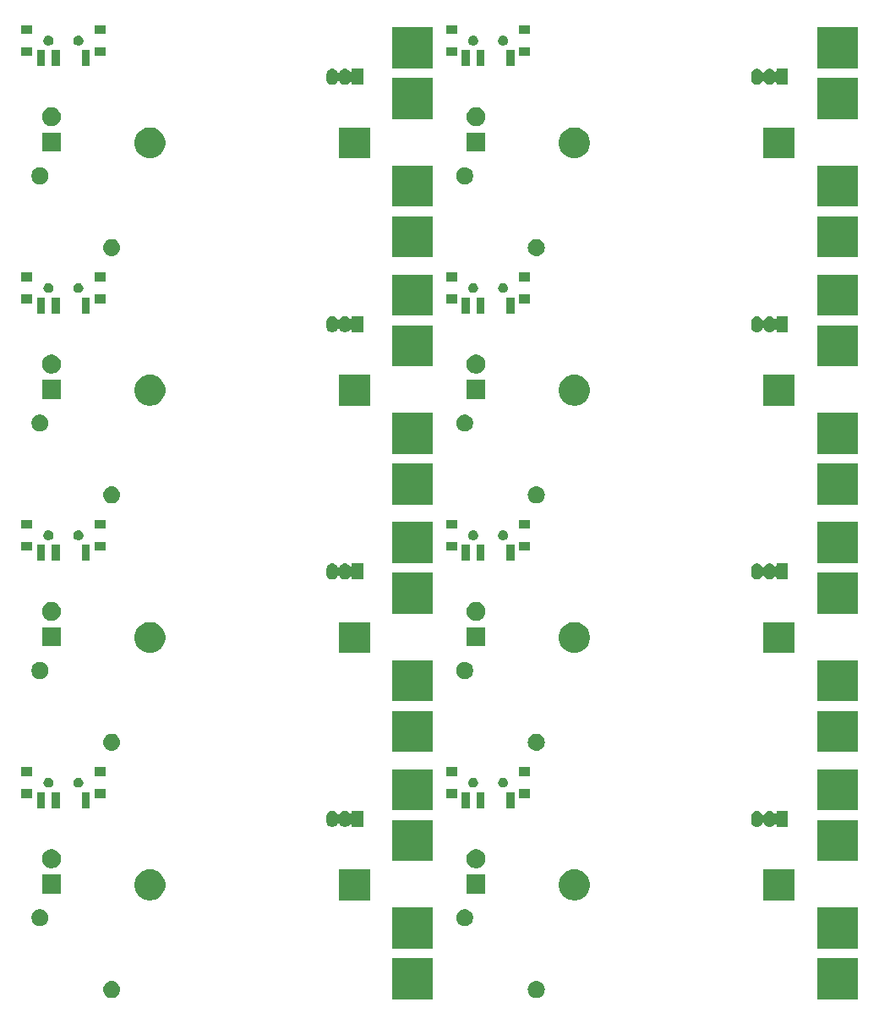
<source format=gbr>
G04 #@! TF.GenerationSoftware,KiCad,Pcbnew,(5.1.4)-1*
G04 #@! TF.CreationDate,2021-02-09T18:46:42+01:00*
G04 #@! TF.ProjectId,plant_water_level,706c616e-745f-4776-9174-65725f6c6576,rev?*
G04 #@! TF.SameCoordinates,Original*
G04 #@! TF.FileFunction,Soldermask,Top*
G04 #@! TF.FilePolarity,Negative*
%FSLAX46Y46*%
G04 Gerber Fmt 4.6, Leading zero omitted, Abs format (unit mm)*
G04 Created by KiCad (PCBNEW (5.1.4)-1) date 2021-02-09 18:46:42*
%MOMM*%
%LPD*%
G04 APERTURE LIST*
%ADD10C,0.100000*%
G04 APERTURE END LIST*
D10*
G36*
X84029500Y489000D02*
G01*
X79927500Y489000D01*
X79927500Y4591000D01*
X84029500Y4591000D01*
X84029500Y489000D01*
X84029500Y489000D01*
G37*
G36*
X41484500Y489000D02*
G01*
X37382500Y489000D01*
X37382500Y4591000D01*
X41484500Y4591000D01*
X41484500Y489000D01*
X41484500Y489000D01*
G37*
G36*
X51991528Y2290482D02*
G01*
X52151947Y2241819D01*
X52284611Y2170909D01*
X52299783Y2162799D01*
X52429364Y2056454D01*
X52535709Y1926873D01*
X52535710Y1926871D01*
X52614729Y1779037D01*
X52663392Y1618618D01*
X52679822Y1451795D01*
X52663392Y1284972D01*
X52614729Y1124553D01*
X52543819Y991889D01*
X52535709Y976717D01*
X52429364Y847136D01*
X52299783Y740791D01*
X52299781Y740790D01*
X52151947Y661771D01*
X51991528Y613108D01*
X51866509Y600795D01*
X51782901Y600795D01*
X51657882Y613108D01*
X51497463Y661771D01*
X51349629Y740790D01*
X51349627Y740791D01*
X51220046Y847136D01*
X51113701Y976717D01*
X51105591Y991889D01*
X51034681Y1124553D01*
X50986018Y1284972D01*
X50969588Y1451795D01*
X50986018Y1618618D01*
X51034681Y1779037D01*
X51113700Y1926871D01*
X51113701Y1926873D01*
X51220046Y2056454D01*
X51349627Y2162799D01*
X51364799Y2170909D01*
X51497463Y2241819D01*
X51657882Y2290482D01*
X51782901Y2302795D01*
X51866509Y2302795D01*
X51991528Y2290482D01*
X51991528Y2290482D01*
G37*
G36*
X9446528Y2290482D02*
G01*
X9606947Y2241819D01*
X9739611Y2170909D01*
X9754783Y2162799D01*
X9884364Y2056454D01*
X9990709Y1926873D01*
X9990710Y1926871D01*
X10069729Y1779037D01*
X10118392Y1618618D01*
X10134822Y1451795D01*
X10118392Y1284972D01*
X10069729Y1124553D01*
X9998819Y991889D01*
X9990709Y976717D01*
X9884364Y847136D01*
X9754783Y740791D01*
X9754781Y740790D01*
X9606947Y661771D01*
X9446528Y613108D01*
X9321509Y600795D01*
X9237901Y600795D01*
X9112882Y613108D01*
X8952463Y661771D01*
X8804629Y740790D01*
X8804627Y740791D01*
X8675046Y847136D01*
X8568701Y976717D01*
X8560591Y991889D01*
X8489681Y1124553D01*
X8441018Y1284972D01*
X8424588Y1451795D01*
X8441018Y1618618D01*
X8489681Y1779037D01*
X8568700Y1926871D01*
X8568701Y1926873D01*
X8675046Y2056454D01*
X8804627Y2162799D01*
X8819799Y2170909D01*
X8952463Y2241819D01*
X9112882Y2290482D01*
X9237901Y2302795D01*
X9321509Y2302795D01*
X9446528Y2290482D01*
X9446528Y2290482D01*
G37*
G36*
X41484500Y5569000D02*
G01*
X37382500Y5569000D01*
X37382500Y9671000D01*
X41484500Y9671000D01*
X41484500Y5569000D01*
X41484500Y5569000D01*
G37*
G36*
X84029500Y5569000D02*
G01*
X79927500Y5569000D01*
X79927500Y9671000D01*
X84029500Y9671000D01*
X84029500Y5569000D01*
X84029500Y5569000D01*
G37*
G36*
X2343728Y9454297D02*
G01*
X2498600Y9390147D01*
X2637981Y9297015D01*
X2756515Y9178481D01*
X2849647Y9039100D01*
X2913797Y8884228D01*
X2946500Y8719816D01*
X2946500Y8552184D01*
X2913797Y8387772D01*
X2849647Y8232900D01*
X2756515Y8093519D01*
X2637981Y7974985D01*
X2498600Y7881853D01*
X2343728Y7817703D01*
X2179316Y7785000D01*
X2011684Y7785000D01*
X1847272Y7817703D01*
X1692400Y7881853D01*
X1553019Y7974985D01*
X1434485Y8093519D01*
X1341353Y8232900D01*
X1277203Y8387772D01*
X1244500Y8552184D01*
X1244500Y8719816D01*
X1277203Y8884228D01*
X1341353Y9039100D01*
X1434485Y9178481D01*
X1553019Y9297015D01*
X1692400Y9390147D01*
X1847272Y9454297D01*
X2011684Y9487000D01*
X2179316Y9487000D01*
X2343728Y9454297D01*
X2343728Y9454297D01*
G37*
G36*
X44888728Y9454297D02*
G01*
X45043600Y9390147D01*
X45182981Y9297015D01*
X45301515Y9178481D01*
X45394647Y9039100D01*
X45458797Y8884228D01*
X45491500Y8719816D01*
X45491500Y8552184D01*
X45458797Y8387772D01*
X45394647Y8232900D01*
X45301515Y8093519D01*
X45182981Y7974985D01*
X45043600Y7881853D01*
X44888728Y7817703D01*
X44724316Y7785000D01*
X44556684Y7785000D01*
X44392272Y7817703D01*
X44237400Y7881853D01*
X44098019Y7974985D01*
X43979485Y8093519D01*
X43886353Y8232900D01*
X43822203Y8387772D01*
X43789500Y8552184D01*
X43789500Y8719816D01*
X43822203Y8884228D01*
X43886353Y9039100D01*
X43979485Y9178481D01*
X44098019Y9297015D01*
X44237400Y9390147D01*
X44392272Y9454297D01*
X44556684Y9487000D01*
X44724316Y9487000D01*
X44888728Y9454297D01*
X44888728Y9454297D01*
G37*
G36*
X35142500Y10387000D02*
G01*
X32040500Y10387000D01*
X32040500Y13489000D01*
X35142500Y13489000D01*
X35142500Y10387000D01*
X35142500Y10387000D01*
G37*
G36*
X77687500Y10387000D02*
G01*
X74585500Y10387000D01*
X74585500Y13489000D01*
X77687500Y13489000D01*
X77687500Y10387000D01*
X77687500Y10387000D01*
G37*
G36*
X55949085Y13459198D02*
G01*
X56098910Y13429396D01*
X56381174Y13312479D01*
X56635205Y13142741D01*
X56851241Y12926705D01*
X57020979Y12672674D01*
X57137896Y12390410D01*
X57197500Y12090760D01*
X57197500Y11785240D01*
X57137896Y11485590D01*
X57020979Y11203326D01*
X56851241Y10949295D01*
X56635205Y10733259D01*
X56381174Y10563521D01*
X56098910Y10446604D01*
X55949085Y10416802D01*
X55799261Y10387000D01*
X55493739Y10387000D01*
X55343915Y10416802D01*
X55194090Y10446604D01*
X54911826Y10563521D01*
X54657795Y10733259D01*
X54441759Y10949295D01*
X54272021Y11203326D01*
X54155104Y11485590D01*
X54095500Y11785240D01*
X54095500Y12090760D01*
X54155104Y12390410D01*
X54272021Y12672674D01*
X54441759Y12926705D01*
X54657795Y13142741D01*
X54911826Y13312479D01*
X55194090Y13429396D01*
X55343915Y13459198D01*
X55493739Y13489000D01*
X55799261Y13489000D01*
X55949085Y13459198D01*
X55949085Y13459198D01*
G37*
G36*
X13404085Y13459198D02*
G01*
X13553910Y13429396D01*
X13836174Y13312479D01*
X14090205Y13142741D01*
X14306241Y12926705D01*
X14475979Y12672674D01*
X14592896Y12390410D01*
X14652500Y12090760D01*
X14652500Y11785240D01*
X14592896Y11485590D01*
X14475979Y11203326D01*
X14306241Y10949295D01*
X14090205Y10733259D01*
X13836174Y10563521D01*
X13553910Y10446604D01*
X13404085Y10416802D01*
X13254261Y10387000D01*
X12948739Y10387000D01*
X12798915Y10416802D01*
X12649090Y10446604D01*
X12366826Y10563521D01*
X12112795Y10733259D01*
X11896759Y10949295D01*
X11727021Y11203326D01*
X11610104Y11485590D01*
X11550500Y11785240D01*
X11550500Y12090760D01*
X11610104Y12390410D01*
X11727021Y12672674D01*
X11896759Y12926705D01*
X12112795Y13142741D01*
X12366826Y13312479D01*
X12649090Y13429396D01*
X12798915Y13459198D01*
X12948739Y13489000D01*
X13254261Y13489000D01*
X13404085Y13459198D01*
X13404085Y13459198D01*
G37*
G36*
X46734500Y11049000D02*
G01*
X44832500Y11049000D01*
X44832500Y12951000D01*
X46734500Y12951000D01*
X46734500Y11049000D01*
X46734500Y11049000D01*
G37*
G36*
X4189500Y11049000D02*
G01*
X2287500Y11049000D01*
X2287500Y12951000D01*
X4189500Y12951000D01*
X4189500Y11049000D01*
X4189500Y11049000D01*
G37*
G36*
X3515895Y15454454D02*
G01*
X3688966Y15382766D01*
X3688967Y15382765D01*
X3844727Y15278690D01*
X3977190Y15146227D01*
X3977191Y15146225D01*
X4081266Y14990466D01*
X4152954Y14817395D01*
X4189500Y14633667D01*
X4189500Y14446333D01*
X4152954Y14262605D01*
X4081266Y14089534D01*
X4081265Y14089533D01*
X3977190Y13933773D01*
X3844727Y13801310D01*
X3766318Y13748919D01*
X3688966Y13697234D01*
X3515895Y13625546D01*
X3332167Y13589000D01*
X3144833Y13589000D01*
X2961105Y13625546D01*
X2788034Y13697234D01*
X2710682Y13748919D01*
X2632273Y13801310D01*
X2499810Y13933773D01*
X2395735Y14089533D01*
X2395734Y14089534D01*
X2324046Y14262605D01*
X2287500Y14446333D01*
X2287500Y14633667D01*
X2324046Y14817395D01*
X2395734Y14990466D01*
X2499809Y15146225D01*
X2499810Y15146227D01*
X2632273Y15278690D01*
X2788033Y15382765D01*
X2788034Y15382766D01*
X2961105Y15454454D01*
X3144833Y15491000D01*
X3332167Y15491000D01*
X3515895Y15454454D01*
X3515895Y15454454D01*
G37*
G36*
X46060895Y15454454D02*
G01*
X46233966Y15382766D01*
X46233967Y15382765D01*
X46389727Y15278690D01*
X46522190Y15146227D01*
X46522191Y15146225D01*
X46626266Y14990466D01*
X46697954Y14817395D01*
X46734500Y14633667D01*
X46734500Y14446333D01*
X46697954Y14262605D01*
X46626266Y14089534D01*
X46626265Y14089533D01*
X46522190Y13933773D01*
X46389727Y13801310D01*
X46311318Y13748919D01*
X46233966Y13697234D01*
X46060895Y13625546D01*
X45877167Y13589000D01*
X45689833Y13589000D01*
X45506105Y13625546D01*
X45333034Y13697234D01*
X45255682Y13748919D01*
X45177273Y13801310D01*
X45044810Y13933773D01*
X44940735Y14089533D01*
X44940734Y14089534D01*
X44869046Y14262605D01*
X44832500Y14446333D01*
X44832500Y14633667D01*
X44869046Y14817395D01*
X44940734Y14990466D01*
X45044809Y15146225D01*
X45044810Y15146227D01*
X45177273Y15278690D01*
X45333033Y15382765D01*
X45333034Y15382766D01*
X45506105Y15454454D01*
X45689833Y15491000D01*
X45877167Y15491000D01*
X46060895Y15454454D01*
X46060895Y15454454D01*
G37*
G36*
X41484500Y14332000D02*
G01*
X37382500Y14332000D01*
X37382500Y18434000D01*
X41484500Y18434000D01*
X41484500Y14332000D01*
X41484500Y14332000D01*
G37*
G36*
X84029500Y14332000D02*
G01*
X79927500Y14332000D01*
X79927500Y18434000D01*
X84029500Y18434000D01*
X84029500Y14332000D01*
X84029500Y14332000D01*
G37*
G36*
X32751916Y19334666D02*
G01*
X32860492Y19301729D01*
X32860495Y19301728D01*
X32896601Y19282429D01*
X32960557Y19248244D01*
X33048264Y19176264D01*
X33111383Y19099354D01*
X33128702Y19082035D01*
X33149077Y19068421D01*
X33171716Y19059043D01*
X33195749Y19054263D01*
X33220253Y19054263D01*
X33244286Y19059043D01*
X33266925Y19068421D01*
X33287299Y19082034D01*
X33304626Y19099361D01*
X33318240Y19119736D01*
X33327618Y19142375D01*
X33332398Y19166408D01*
X33333000Y19178660D01*
X33333000Y19343000D01*
X34485000Y19343000D01*
X34485000Y17741000D01*
X33333000Y17741000D01*
X33333000Y17905340D01*
X33330598Y17929726D01*
X33323485Y17953175D01*
X33311934Y17974786D01*
X33296389Y17993728D01*
X33277447Y18009273D01*
X33255836Y18020824D01*
X33232387Y18027937D01*
X33208001Y18030339D01*
X33183615Y18027937D01*
X33160166Y18020824D01*
X33138555Y18009273D01*
X33111381Y17984644D01*
X33048264Y17907736D01*
X32960556Y17835756D01*
X32896600Y17801571D01*
X32860494Y17782272D01*
X32860491Y17782271D01*
X32751915Y17749334D01*
X32639000Y17738213D01*
X32526084Y17749334D01*
X32417508Y17782271D01*
X32417505Y17782272D01*
X32381399Y17801571D01*
X32317443Y17835756D01*
X32229736Y17907736D01*
X32157756Y17995444D01*
X32114239Y18076860D01*
X32100625Y18097234D01*
X32083298Y18114561D01*
X32062924Y18128175D01*
X32040285Y18137552D01*
X32016251Y18142332D01*
X31991747Y18142332D01*
X31967714Y18137551D01*
X31945075Y18128174D01*
X31924701Y18114560D01*
X31907374Y18097233D01*
X31893762Y18076860D01*
X31850244Y17995443D01*
X31778264Y17907736D01*
X31690556Y17835756D01*
X31626600Y17801571D01*
X31590494Y17782272D01*
X31590491Y17782271D01*
X31481915Y17749334D01*
X31369000Y17738213D01*
X31256084Y17749334D01*
X31147508Y17782271D01*
X31147505Y17782272D01*
X31111399Y17801571D01*
X31047443Y17835756D01*
X30959736Y17907736D01*
X30887756Y17995444D01*
X30844239Y18076860D01*
X30834272Y18095506D01*
X30828492Y18114560D01*
X30801334Y18204085D01*
X30793000Y18288703D01*
X30793000Y18795298D01*
X30801334Y18879916D01*
X30834271Y18988492D01*
X30834272Y18988495D01*
X30887756Y19088555D01*
X30887757Y19088557D01*
X30959737Y19176264D01*
X31047444Y19248244D01*
X31111400Y19282429D01*
X31147506Y19301728D01*
X31147509Y19301729D01*
X31256085Y19334666D01*
X31369000Y19345787D01*
X31481916Y19334666D01*
X31590492Y19301729D01*
X31590495Y19301728D01*
X31626601Y19282429D01*
X31690557Y19248244D01*
X31778264Y19176264D01*
X31850244Y19088557D01*
X31866019Y19059043D01*
X31893761Y19007141D01*
X31907375Y18986766D01*
X31924702Y18969439D01*
X31945076Y18955826D01*
X31967715Y18946448D01*
X31991748Y18941668D01*
X32016252Y18941668D01*
X32040285Y18946448D01*
X32062924Y18955826D01*
X32083299Y18969440D01*
X32100626Y18986767D01*
X32114239Y19007141D01*
X32157756Y19088555D01*
X32157757Y19088557D01*
X32229737Y19176264D01*
X32317444Y19248244D01*
X32381400Y19282429D01*
X32417506Y19301728D01*
X32417509Y19301729D01*
X32526085Y19334666D01*
X32639000Y19345787D01*
X32751916Y19334666D01*
X32751916Y19334666D01*
G37*
G36*
X75296916Y19334666D02*
G01*
X75405492Y19301729D01*
X75405495Y19301728D01*
X75441601Y19282429D01*
X75505557Y19248244D01*
X75593264Y19176264D01*
X75656383Y19099354D01*
X75673702Y19082035D01*
X75694077Y19068421D01*
X75716716Y19059043D01*
X75740749Y19054263D01*
X75765253Y19054263D01*
X75789286Y19059043D01*
X75811925Y19068421D01*
X75832299Y19082034D01*
X75849626Y19099361D01*
X75863240Y19119736D01*
X75872618Y19142375D01*
X75877398Y19166408D01*
X75878000Y19178660D01*
X75878000Y19343000D01*
X77030000Y19343000D01*
X77030000Y17741000D01*
X75878000Y17741000D01*
X75878000Y17905340D01*
X75875598Y17929726D01*
X75868485Y17953175D01*
X75856934Y17974786D01*
X75841389Y17993728D01*
X75822447Y18009273D01*
X75800836Y18020824D01*
X75777387Y18027937D01*
X75753001Y18030339D01*
X75728615Y18027937D01*
X75705166Y18020824D01*
X75683555Y18009273D01*
X75656381Y17984644D01*
X75593264Y17907736D01*
X75505556Y17835756D01*
X75441600Y17801571D01*
X75405494Y17782272D01*
X75405491Y17782271D01*
X75296915Y17749334D01*
X75184000Y17738213D01*
X75071084Y17749334D01*
X74962508Y17782271D01*
X74962505Y17782272D01*
X74926399Y17801571D01*
X74862443Y17835756D01*
X74774736Y17907736D01*
X74702756Y17995444D01*
X74659239Y18076860D01*
X74645625Y18097234D01*
X74628298Y18114561D01*
X74607924Y18128175D01*
X74585285Y18137552D01*
X74561251Y18142332D01*
X74536747Y18142332D01*
X74512714Y18137551D01*
X74490075Y18128174D01*
X74469701Y18114560D01*
X74452374Y18097233D01*
X74438762Y18076860D01*
X74395244Y17995443D01*
X74323264Y17907736D01*
X74235556Y17835756D01*
X74171600Y17801571D01*
X74135494Y17782272D01*
X74135491Y17782271D01*
X74026915Y17749334D01*
X73914000Y17738213D01*
X73801084Y17749334D01*
X73692508Y17782271D01*
X73692505Y17782272D01*
X73656399Y17801571D01*
X73592443Y17835756D01*
X73504736Y17907736D01*
X73432756Y17995444D01*
X73389239Y18076860D01*
X73379272Y18095506D01*
X73373492Y18114560D01*
X73346334Y18204085D01*
X73338000Y18288703D01*
X73338000Y18795298D01*
X73346334Y18879916D01*
X73379271Y18988492D01*
X73379272Y18988495D01*
X73432756Y19088555D01*
X73432757Y19088557D01*
X73504737Y19176264D01*
X73592444Y19248244D01*
X73656400Y19282429D01*
X73692506Y19301728D01*
X73692509Y19301729D01*
X73801085Y19334666D01*
X73914000Y19345787D01*
X74026916Y19334666D01*
X74135492Y19301729D01*
X74135495Y19301728D01*
X74171601Y19282429D01*
X74235557Y19248244D01*
X74323264Y19176264D01*
X74395244Y19088557D01*
X74411019Y19059043D01*
X74438761Y19007141D01*
X74452375Y18986766D01*
X74469702Y18969439D01*
X74490076Y18955826D01*
X74512715Y18946448D01*
X74536748Y18941668D01*
X74561252Y18941668D01*
X74585285Y18946448D01*
X74607924Y18955826D01*
X74628299Y18969440D01*
X74645626Y18986767D01*
X74659239Y19007141D01*
X74702756Y19088555D01*
X74702757Y19088557D01*
X74774737Y19176264D01*
X74862444Y19248244D01*
X74926400Y19282429D01*
X74962506Y19301728D01*
X74962509Y19301729D01*
X75071085Y19334666D01*
X75184000Y19345787D01*
X75296916Y19334666D01*
X75296916Y19334666D01*
G37*
G36*
X84029500Y19412000D02*
G01*
X79927500Y19412000D01*
X79927500Y23514000D01*
X84029500Y23514000D01*
X84029500Y19412000D01*
X84029500Y19412000D01*
G37*
G36*
X41484500Y19412000D02*
G01*
X37382500Y19412000D01*
X37382500Y23514000D01*
X41484500Y23514000D01*
X41484500Y19412000D01*
X41484500Y19412000D01*
G37*
G36*
X49641000Y19613000D02*
G01*
X48839000Y19613000D01*
X48839000Y21215000D01*
X49641000Y21215000D01*
X49641000Y19613000D01*
X49641000Y19613000D01*
G37*
G36*
X46641000Y19613000D02*
G01*
X45839000Y19613000D01*
X45839000Y21215000D01*
X46641000Y21215000D01*
X46641000Y19613000D01*
X46641000Y19613000D01*
G37*
G36*
X45141000Y19613000D02*
G01*
X44339000Y19613000D01*
X44339000Y21215000D01*
X45141000Y21215000D01*
X45141000Y19613000D01*
X45141000Y19613000D01*
G37*
G36*
X2596000Y19613000D02*
G01*
X1794000Y19613000D01*
X1794000Y21215000D01*
X2596000Y21215000D01*
X2596000Y19613000D01*
X2596000Y19613000D01*
G37*
G36*
X4096000Y19613000D02*
G01*
X3294000Y19613000D01*
X3294000Y21215000D01*
X4096000Y21215000D01*
X4096000Y19613000D01*
X4096000Y19613000D01*
G37*
G36*
X7096000Y19613000D02*
G01*
X6294000Y19613000D01*
X6294000Y21215000D01*
X7096000Y21215000D01*
X7096000Y19613000D01*
X7096000Y19613000D01*
G37*
G36*
X43891000Y20613000D02*
G01*
X42789000Y20613000D01*
X42789000Y21515000D01*
X43891000Y21515000D01*
X43891000Y20613000D01*
X43891000Y20613000D01*
G37*
G36*
X1346000Y20613000D02*
G01*
X244000Y20613000D01*
X244000Y21515000D01*
X1346000Y21515000D01*
X1346000Y20613000D01*
X1346000Y20613000D01*
G37*
G36*
X51191000Y20613000D02*
G01*
X50089000Y20613000D01*
X50089000Y21515000D01*
X51191000Y21515000D01*
X51191000Y20613000D01*
X51191000Y20613000D01*
G37*
G36*
X8646000Y20613000D02*
G01*
X7544000Y20613000D01*
X7544000Y21515000D01*
X8646000Y21515000D01*
X8646000Y20613000D01*
X8646000Y20613000D01*
G37*
G36*
X48587740Y22665374D02*
G01*
X48636136Y22655747D01*
X48673902Y22640104D01*
X48727311Y22617981D01*
X48727312Y22617980D01*
X48809369Y22563152D01*
X48879152Y22493369D01*
X48879153Y22493367D01*
X48933981Y22411311D01*
X48971747Y22320135D01*
X48991000Y22223345D01*
X48991000Y22124655D01*
X48971747Y22027865D01*
X48933981Y21936689D01*
X48933980Y21936688D01*
X48879152Y21854631D01*
X48809369Y21784848D01*
X48768062Y21757248D01*
X48727311Y21730019D01*
X48673902Y21707896D01*
X48636136Y21692253D01*
X48587740Y21682627D01*
X48539345Y21673000D01*
X48440655Y21673000D01*
X48392260Y21682627D01*
X48343864Y21692253D01*
X48306098Y21707896D01*
X48252689Y21730019D01*
X48211938Y21757248D01*
X48170631Y21784848D01*
X48100848Y21854631D01*
X48046020Y21936688D01*
X48046019Y21936689D01*
X48008253Y22027865D01*
X47989000Y22124655D01*
X47989000Y22223345D01*
X48008253Y22320135D01*
X48046019Y22411311D01*
X48100847Y22493367D01*
X48100848Y22493369D01*
X48170631Y22563152D01*
X48252688Y22617980D01*
X48252689Y22617981D01*
X48306098Y22640104D01*
X48343864Y22655747D01*
X48392260Y22665374D01*
X48440655Y22675000D01*
X48539345Y22675000D01*
X48587740Y22665374D01*
X48587740Y22665374D01*
G37*
G36*
X6042740Y22665374D02*
G01*
X6091136Y22655747D01*
X6128902Y22640104D01*
X6182311Y22617981D01*
X6182312Y22617980D01*
X6264369Y22563152D01*
X6334152Y22493369D01*
X6334153Y22493367D01*
X6388981Y22411311D01*
X6426747Y22320135D01*
X6446000Y22223345D01*
X6446000Y22124655D01*
X6426747Y22027865D01*
X6388981Y21936689D01*
X6388980Y21936688D01*
X6334152Y21854631D01*
X6264369Y21784848D01*
X6223062Y21757248D01*
X6182311Y21730019D01*
X6128902Y21707896D01*
X6091136Y21692253D01*
X6042740Y21682627D01*
X5994345Y21673000D01*
X5895655Y21673000D01*
X5847260Y21682627D01*
X5798864Y21692253D01*
X5761098Y21707896D01*
X5707689Y21730019D01*
X5666938Y21757248D01*
X5625631Y21784848D01*
X5555848Y21854631D01*
X5501020Y21936688D01*
X5501019Y21936689D01*
X5463253Y22027865D01*
X5444000Y22124655D01*
X5444000Y22223345D01*
X5463253Y22320135D01*
X5501019Y22411311D01*
X5555847Y22493367D01*
X5555848Y22493369D01*
X5625631Y22563152D01*
X5707688Y22617980D01*
X5707689Y22617981D01*
X5761098Y22640104D01*
X5798864Y22655747D01*
X5847260Y22665374D01*
X5895655Y22675000D01*
X5994345Y22675000D01*
X6042740Y22665374D01*
X6042740Y22665374D01*
G37*
G36*
X3042740Y22665374D02*
G01*
X3091136Y22655747D01*
X3128902Y22640104D01*
X3182311Y22617981D01*
X3182312Y22617980D01*
X3264369Y22563152D01*
X3334152Y22493369D01*
X3334153Y22493367D01*
X3388981Y22411311D01*
X3426747Y22320135D01*
X3446000Y22223345D01*
X3446000Y22124655D01*
X3426747Y22027865D01*
X3388981Y21936689D01*
X3388980Y21936688D01*
X3334152Y21854631D01*
X3264369Y21784848D01*
X3223062Y21757248D01*
X3182311Y21730019D01*
X3128902Y21707896D01*
X3091136Y21692253D01*
X3042740Y21682627D01*
X2994345Y21673000D01*
X2895655Y21673000D01*
X2847260Y21682627D01*
X2798864Y21692253D01*
X2761098Y21707896D01*
X2707689Y21730019D01*
X2666938Y21757248D01*
X2625631Y21784848D01*
X2555848Y21854631D01*
X2501020Y21936688D01*
X2501019Y21936689D01*
X2463253Y22027865D01*
X2444000Y22124655D01*
X2444000Y22223345D01*
X2463253Y22320135D01*
X2501019Y22411311D01*
X2555847Y22493367D01*
X2555848Y22493369D01*
X2625631Y22563152D01*
X2707688Y22617980D01*
X2707689Y22617981D01*
X2761098Y22640104D01*
X2798864Y22655747D01*
X2847260Y22665374D01*
X2895655Y22675000D01*
X2994345Y22675000D01*
X3042740Y22665374D01*
X3042740Y22665374D01*
G37*
G36*
X45587740Y22665374D02*
G01*
X45636136Y22655747D01*
X45673902Y22640104D01*
X45727311Y22617981D01*
X45727312Y22617980D01*
X45809369Y22563152D01*
X45879152Y22493369D01*
X45879153Y22493367D01*
X45933981Y22411311D01*
X45971747Y22320135D01*
X45991000Y22223345D01*
X45991000Y22124655D01*
X45971747Y22027865D01*
X45933981Y21936689D01*
X45933980Y21936688D01*
X45879152Y21854631D01*
X45809369Y21784848D01*
X45768062Y21757248D01*
X45727311Y21730019D01*
X45673902Y21707896D01*
X45636136Y21692253D01*
X45587740Y21682627D01*
X45539345Y21673000D01*
X45440655Y21673000D01*
X45392260Y21682627D01*
X45343864Y21692253D01*
X45306098Y21707896D01*
X45252689Y21730019D01*
X45211938Y21757248D01*
X45170631Y21784848D01*
X45100848Y21854631D01*
X45046020Y21936688D01*
X45046019Y21936689D01*
X45008253Y22027865D01*
X44989000Y22124655D01*
X44989000Y22223345D01*
X45008253Y22320135D01*
X45046019Y22411311D01*
X45100847Y22493367D01*
X45100848Y22493369D01*
X45170631Y22563152D01*
X45252688Y22617980D01*
X45252689Y22617981D01*
X45306098Y22640104D01*
X45343864Y22655747D01*
X45392260Y22665374D01*
X45440655Y22675000D01*
X45539345Y22675000D01*
X45587740Y22665374D01*
X45587740Y22665374D01*
G37*
G36*
X51191000Y22823000D02*
G01*
X50089000Y22823000D01*
X50089000Y23725000D01*
X51191000Y23725000D01*
X51191000Y22823000D01*
X51191000Y22823000D01*
G37*
G36*
X43891000Y22823000D02*
G01*
X42789000Y22823000D01*
X42789000Y23725000D01*
X43891000Y23725000D01*
X43891000Y22823000D01*
X43891000Y22823000D01*
G37*
G36*
X8646000Y22823000D02*
G01*
X7544000Y22823000D01*
X7544000Y23725000D01*
X8646000Y23725000D01*
X8646000Y22823000D01*
X8646000Y22823000D01*
G37*
G36*
X1346000Y22823000D02*
G01*
X244000Y22823000D01*
X244000Y23725000D01*
X1346000Y23725000D01*
X1346000Y22823000D01*
X1346000Y22823000D01*
G37*
G36*
X41484500Y25254000D02*
G01*
X37382500Y25254000D01*
X37382500Y29356000D01*
X41484500Y29356000D01*
X41484500Y25254000D01*
X41484500Y25254000D01*
G37*
G36*
X84029500Y25254000D02*
G01*
X79927500Y25254000D01*
X79927500Y29356000D01*
X84029500Y29356000D01*
X84029500Y25254000D01*
X84029500Y25254000D01*
G37*
G36*
X9446528Y27055482D02*
G01*
X9606947Y27006819D01*
X9739611Y26935909D01*
X9754783Y26927799D01*
X9884364Y26821454D01*
X9990709Y26691873D01*
X9990710Y26691871D01*
X10069729Y26544037D01*
X10118392Y26383618D01*
X10134822Y26216795D01*
X10118392Y26049972D01*
X10069729Y25889553D01*
X9998819Y25756889D01*
X9990709Y25741717D01*
X9884364Y25612136D01*
X9754783Y25505791D01*
X9754781Y25505790D01*
X9606947Y25426771D01*
X9446528Y25378108D01*
X9321509Y25365795D01*
X9237901Y25365795D01*
X9112882Y25378108D01*
X8952463Y25426771D01*
X8804629Y25505790D01*
X8804627Y25505791D01*
X8675046Y25612136D01*
X8568701Y25741717D01*
X8560591Y25756889D01*
X8489681Y25889553D01*
X8441018Y26049972D01*
X8424588Y26216795D01*
X8441018Y26383618D01*
X8489681Y26544037D01*
X8568700Y26691871D01*
X8568701Y26691873D01*
X8675046Y26821454D01*
X8804627Y26927799D01*
X8819799Y26935909D01*
X8952463Y27006819D01*
X9112882Y27055482D01*
X9237901Y27067795D01*
X9321509Y27067795D01*
X9446528Y27055482D01*
X9446528Y27055482D01*
G37*
G36*
X51991528Y27055482D02*
G01*
X52151947Y27006819D01*
X52284611Y26935909D01*
X52299783Y26927799D01*
X52429364Y26821454D01*
X52535709Y26691873D01*
X52535710Y26691871D01*
X52614729Y26544037D01*
X52663392Y26383618D01*
X52679822Y26216795D01*
X52663392Y26049972D01*
X52614729Y25889553D01*
X52543819Y25756889D01*
X52535709Y25741717D01*
X52429364Y25612136D01*
X52299783Y25505791D01*
X52299781Y25505790D01*
X52151947Y25426771D01*
X51991528Y25378108D01*
X51866509Y25365795D01*
X51782901Y25365795D01*
X51657882Y25378108D01*
X51497463Y25426771D01*
X51349629Y25505790D01*
X51349627Y25505791D01*
X51220046Y25612136D01*
X51113701Y25741717D01*
X51105591Y25756889D01*
X51034681Y25889553D01*
X50986018Y26049972D01*
X50969588Y26216795D01*
X50986018Y26383618D01*
X51034681Y26544037D01*
X51113700Y26691871D01*
X51113701Y26691873D01*
X51220046Y26821454D01*
X51349627Y26927799D01*
X51364799Y26935909D01*
X51497463Y27006819D01*
X51657882Y27055482D01*
X51782901Y27067795D01*
X51866509Y27067795D01*
X51991528Y27055482D01*
X51991528Y27055482D01*
G37*
G36*
X41484500Y30334000D02*
G01*
X37382500Y30334000D01*
X37382500Y34436000D01*
X41484500Y34436000D01*
X41484500Y30334000D01*
X41484500Y30334000D01*
G37*
G36*
X84029500Y30334000D02*
G01*
X79927500Y30334000D01*
X79927500Y34436000D01*
X84029500Y34436000D01*
X84029500Y30334000D01*
X84029500Y30334000D01*
G37*
G36*
X2343728Y34219297D02*
G01*
X2498600Y34155147D01*
X2637981Y34062015D01*
X2756515Y33943481D01*
X2849647Y33804100D01*
X2913797Y33649228D01*
X2946500Y33484816D01*
X2946500Y33317184D01*
X2913797Y33152772D01*
X2849647Y32997900D01*
X2756515Y32858519D01*
X2637981Y32739985D01*
X2498600Y32646853D01*
X2343728Y32582703D01*
X2179316Y32550000D01*
X2011684Y32550000D01*
X1847272Y32582703D01*
X1692400Y32646853D01*
X1553019Y32739985D01*
X1434485Y32858519D01*
X1341353Y32997900D01*
X1277203Y33152772D01*
X1244500Y33317184D01*
X1244500Y33484816D01*
X1277203Y33649228D01*
X1341353Y33804100D01*
X1434485Y33943481D01*
X1553019Y34062015D01*
X1692400Y34155147D01*
X1847272Y34219297D01*
X2011684Y34252000D01*
X2179316Y34252000D01*
X2343728Y34219297D01*
X2343728Y34219297D01*
G37*
G36*
X44888728Y34219297D02*
G01*
X45043600Y34155147D01*
X45182981Y34062015D01*
X45301515Y33943481D01*
X45394647Y33804100D01*
X45458797Y33649228D01*
X45491500Y33484816D01*
X45491500Y33317184D01*
X45458797Y33152772D01*
X45394647Y32997900D01*
X45301515Y32858519D01*
X45182981Y32739985D01*
X45043600Y32646853D01*
X44888728Y32582703D01*
X44724316Y32550000D01*
X44556684Y32550000D01*
X44392272Y32582703D01*
X44237400Y32646853D01*
X44098019Y32739985D01*
X43979485Y32858519D01*
X43886353Y32997900D01*
X43822203Y33152772D01*
X43789500Y33317184D01*
X43789500Y33484816D01*
X43822203Y33649228D01*
X43886353Y33804100D01*
X43979485Y33943481D01*
X44098019Y34062015D01*
X44237400Y34155147D01*
X44392272Y34219297D01*
X44556684Y34252000D01*
X44724316Y34252000D01*
X44888728Y34219297D01*
X44888728Y34219297D01*
G37*
G36*
X77687500Y35152000D02*
G01*
X74585500Y35152000D01*
X74585500Y38254000D01*
X77687500Y38254000D01*
X77687500Y35152000D01*
X77687500Y35152000D01*
G37*
G36*
X35142500Y35152000D02*
G01*
X32040500Y35152000D01*
X32040500Y38254000D01*
X35142500Y38254000D01*
X35142500Y35152000D01*
X35142500Y35152000D01*
G37*
G36*
X13404085Y38224198D02*
G01*
X13553910Y38194396D01*
X13836174Y38077479D01*
X14090205Y37907741D01*
X14306241Y37691705D01*
X14475979Y37437674D01*
X14592896Y37155410D01*
X14652500Y36855760D01*
X14652500Y36550240D01*
X14592896Y36250590D01*
X14475979Y35968326D01*
X14306241Y35714295D01*
X14090205Y35498259D01*
X13836174Y35328521D01*
X13553910Y35211604D01*
X13404085Y35181802D01*
X13254261Y35152000D01*
X12948739Y35152000D01*
X12798915Y35181802D01*
X12649090Y35211604D01*
X12366826Y35328521D01*
X12112795Y35498259D01*
X11896759Y35714295D01*
X11727021Y35968326D01*
X11610104Y36250590D01*
X11550500Y36550240D01*
X11550500Y36855760D01*
X11610104Y37155410D01*
X11727021Y37437674D01*
X11896759Y37691705D01*
X12112795Y37907741D01*
X12366826Y38077479D01*
X12649090Y38194396D01*
X12798915Y38224198D01*
X12948739Y38254000D01*
X13254261Y38254000D01*
X13404085Y38224198D01*
X13404085Y38224198D01*
G37*
G36*
X55949085Y38224198D02*
G01*
X56098910Y38194396D01*
X56381174Y38077479D01*
X56635205Y37907741D01*
X56851241Y37691705D01*
X57020979Y37437674D01*
X57137896Y37155410D01*
X57197500Y36855760D01*
X57197500Y36550240D01*
X57137896Y36250590D01*
X57020979Y35968326D01*
X56851241Y35714295D01*
X56635205Y35498259D01*
X56381174Y35328521D01*
X56098910Y35211604D01*
X55949085Y35181802D01*
X55799261Y35152000D01*
X55493739Y35152000D01*
X55343915Y35181802D01*
X55194090Y35211604D01*
X54911826Y35328521D01*
X54657795Y35498259D01*
X54441759Y35714295D01*
X54272021Y35968326D01*
X54155104Y36250590D01*
X54095500Y36550240D01*
X54095500Y36855760D01*
X54155104Y37155410D01*
X54272021Y37437674D01*
X54441759Y37691705D01*
X54657795Y37907741D01*
X54911826Y38077479D01*
X55194090Y38194396D01*
X55343915Y38224198D01*
X55493739Y38254000D01*
X55799261Y38254000D01*
X55949085Y38224198D01*
X55949085Y38224198D01*
G37*
G36*
X4189500Y35814000D02*
G01*
X2287500Y35814000D01*
X2287500Y37716000D01*
X4189500Y37716000D01*
X4189500Y35814000D01*
X4189500Y35814000D01*
G37*
G36*
X46734500Y35814000D02*
G01*
X44832500Y35814000D01*
X44832500Y37716000D01*
X46734500Y37716000D01*
X46734500Y35814000D01*
X46734500Y35814000D01*
G37*
G36*
X46060895Y40219454D02*
G01*
X46233966Y40147766D01*
X46233967Y40147765D01*
X46389727Y40043690D01*
X46522190Y39911227D01*
X46522191Y39911225D01*
X46626266Y39755466D01*
X46697954Y39582395D01*
X46734500Y39398667D01*
X46734500Y39211333D01*
X46697954Y39027605D01*
X46626266Y38854534D01*
X46626265Y38854533D01*
X46522190Y38698773D01*
X46389727Y38566310D01*
X46311318Y38513919D01*
X46233966Y38462234D01*
X46060895Y38390546D01*
X45877167Y38354000D01*
X45689833Y38354000D01*
X45506105Y38390546D01*
X45333034Y38462234D01*
X45255682Y38513919D01*
X45177273Y38566310D01*
X45044810Y38698773D01*
X44940735Y38854533D01*
X44940734Y38854534D01*
X44869046Y39027605D01*
X44832500Y39211333D01*
X44832500Y39398667D01*
X44869046Y39582395D01*
X44940734Y39755466D01*
X45044809Y39911225D01*
X45044810Y39911227D01*
X45177273Y40043690D01*
X45333033Y40147765D01*
X45333034Y40147766D01*
X45506105Y40219454D01*
X45689833Y40256000D01*
X45877167Y40256000D01*
X46060895Y40219454D01*
X46060895Y40219454D01*
G37*
G36*
X3515895Y40219454D02*
G01*
X3688966Y40147766D01*
X3688967Y40147765D01*
X3844727Y40043690D01*
X3977190Y39911227D01*
X3977191Y39911225D01*
X4081266Y39755466D01*
X4152954Y39582395D01*
X4189500Y39398667D01*
X4189500Y39211333D01*
X4152954Y39027605D01*
X4081266Y38854534D01*
X4081265Y38854533D01*
X3977190Y38698773D01*
X3844727Y38566310D01*
X3766318Y38513919D01*
X3688966Y38462234D01*
X3515895Y38390546D01*
X3332167Y38354000D01*
X3144833Y38354000D01*
X2961105Y38390546D01*
X2788034Y38462234D01*
X2710682Y38513919D01*
X2632273Y38566310D01*
X2499810Y38698773D01*
X2395735Y38854533D01*
X2395734Y38854534D01*
X2324046Y39027605D01*
X2287500Y39211333D01*
X2287500Y39398667D01*
X2324046Y39582395D01*
X2395734Y39755466D01*
X2499809Y39911225D01*
X2499810Y39911227D01*
X2632273Y40043690D01*
X2788033Y40147765D01*
X2788034Y40147766D01*
X2961105Y40219454D01*
X3144833Y40256000D01*
X3332167Y40256000D01*
X3515895Y40219454D01*
X3515895Y40219454D01*
G37*
G36*
X41484500Y39097000D02*
G01*
X37382500Y39097000D01*
X37382500Y43199000D01*
X41484500Y43199000D01*
X41484500Y39097000D01*
X41484500Y39097000D01*
G37*
G36*
X84029500Y39097000D02*
G01*
X79927500Y39097000D01*
X79927500Y43199000D01*
X84029500Y43199000D01*
X84029500Y39097000D01*
X84029500Y39097000D01*
G37*
G36*
X32751916Y44099666D02*
G01*
X32860492Y44066729D01*
X32860495Y44066728D01*
X32896601Y44047429D01*
X32960557Y44013244D01*
X33048264Y43941264D01*
X33111383Y43864354D01*
X33128702Y43847035D01*
X33149077Y43833421D01*
X33171716Y43824043D01*
X33195749Y43819263D01*
X33220253Y43819263D01*
X33244286Y43824043D01*
X33266925Y43833421D01*
X33287299Y43847034D01*
X33304626Y43864361D01*
X33318240Y43884736D01*
X33327618Y43907375D01*
X33332398Y43931408D01*
X33333000Y43943660D01*
X33333000Y44108000D01*
X34485000Y44108000D01*
X34485000Y42506000D01*
X33333000Y42506000D01*
X33333000Y42670340D01*
X33330598Y42694726D01*
X33323485Y42718175D01*
X33311934Y42739786D01*
X33296389Y42758728D01*
X33277447Y42774273D01*
X33255836Y42785824D01*
X33232387Y42792937D01*
X33208001Y42795339D01*
X33183615Y42792937D01*
X33160166Y42785824D01*
X33138555Y42774273D01*
X33111381Y42749644D01*
X33048264Y42672736D01*
X32960556Y42600756D01*
X32896600Y42566571D01*
X32860494Y42547272D01*
X32860491Y42547271D01*
X32751915Y42514334D01*
X32639000Y42503213D01*
X32526084Y42514334D01*
X32417508Y42547271D01*
X32417505Y42547272D01*
X32381399Y42566571D01*
X32317443Y42600756D01*
X32229736Y42672736D01*
X32157756Y42760444D01*
X32114239Y42841860D01*
X32100625Y42862234D01*
X32083298Y42879561D01*
X32062924Y42893175D01*
X32040285Y42902552D01*
X32016251Y42907332D01*
X31991747Y42907332D01*
X31967714Y42902551D01*
X31945075Y42893174D01*
X31924701Y42879560D01*
X31907374Y42862233D01*
X31893762Y42841860D01*
X31850244Y42760443D01*
X31778264Y42672736D01*
X31690556Y42600756D01*
X31626600Y42566571D01*
X31590494Y42547272D01*
X31590491Y42547271D01*
X31481915Y42514334D01*
X31369000Y42503213D01*
X31256084Y42514334D01*
X31147508Y42547271D01*
X31147505Y42547272D01*
X31111399Y42566571D01*
X31047443Y42600756D01*
X30959736Y42672736D01*
X30887756Y42760444D01*
X30844239Y42841860D01*
X30834272Y42860506D01*
X30828492Y42879560D01*
X30801334Y42969085D01*
X30793000Y43053703D01*
X30793000Y43560298D01*
X30801334Y43644916D01*
X30834271Y43753492D01*
X30834272Y43753495D01*
X30887756Y43853555D01*
X30887757Y43853557D01*
X30959737Y43941264D01*
X31047444Y44013244D01*
X31111400Y44047429D01*
X31147506Y44066728D01*
X31147509Y44066729D01*
X31256085Y44099666D01*
X31369000Y44110787D01*
X31481916Y44099666D01*
X31590492Y44066729D01*
X31590495Y44066728D01*
X31626601Y44047429D01*
X31690557Y44013244D01*
X31778264Y43941264D01*
X31850244Y43853557D01*
X31866019Y43824043D01*
X31893761Y43772141D01*
X31907375Y43751766D01*
X31924702Y43734439D01*
X31945076Y43720826D01*
X31967715Y43711448D01*
X31991748Y43706668D01*
X32016252Y43706668D01*
X32040285Y43711448D01*
X32062924Y43720826D01*
X32083299Y43734440D01*
X32100626Y43751767D01*
X32114239Y43772141D01*
X32157756Y43853555D01*
X32157757Y43853557D01*
X32229737Y43941264D01*
X32317444Y44013244D01*
X32381400Y44047429D01*
X32417506Y44066728D01*
X32417509Y44066729D01*
X32526085Y44099666D01*
X32639000Y44110787D01*
X32751916Y44099666D01*
X32751916Y44099666D01*
G37*
G36*
X75296916Y44099666D02*
G01*
X75405492Y44066729D01*
X75405495Y44066728D01*
X75441601Y44047429D01*
X75505557Y44013244D01*
X75593264Y43941264D01*
X75656383Y43864354D01*
X75673702Y43847035D01*
X75694077Y43833421D01*
X75716716Y43824043D01*
X75740749Y43819263D01*
X75765253Y43819263D01*
X75789286Y43824043D01*
X75811925Y43833421D01*
X75832299Y43847034D01*
X75849626Y43864361D01*
X75863240Y43884736D01*
X75872618Y43907375D01*
X75877398Y43931408D01*
X75878000Y43943660D01*
X75878000Y44108000D01*
X77030000Y44108000D01*
X77030000Y42506000D01*
X75878000Y42506000D01*
X75878000Y42670340D01*
X75875598Y42694726D01*
X75868485Y42718175D01*
X75856934Y42739786D01*
X75841389Y42758728D01*
X75822447Y42774273D01*
X75800836Y42785824D01*
X75777387Y42792937D01*
X75753001Y42795339D01*
X75728615Y42792937D01*
X75705166Y42785824D01*
X75683555Y42774273D01*
X75656381Y42749644D01*
X75593264Y42672736D01*
X75505556Y42600756D01*
X75441600Y42566571D01*
X75405494Y42547272D01*
X75405491Y42547271D01*
X75296915Y42514334D01*
X75184000Y42503213D01*
X75071084Y42514334D01*
X74962508Y42547271D01*
X74962505Y42547272D01*
X74926399Y42566571D01*
X74862443Y42600756D01*
X74774736Y42672736D01*
X74702756Y42760444D01*
X74659239Y42841860D01*
X74645625Y42862234D01*
X74628298Y42879561D01*
X74607924Y42893175D01*
X74585285Y42902552D01*
X74561251Y42907332D01*
X74536747Y42907332D01*
X74512714Y42902551D01*
X74490075Y42893174D01*
X74469701Y42879560D01*
X74452374Y42862233D01*
X74438762Y42841860D01*
X74395244Y42760443D01*
X74323264Y42672736D01*
X74235556Y42600756D01*
X74171600Y42566571D01*
X74135494Y42547272D01*
X74135491Y42547271D01*
X74026915Y42514334D01*
X73914000Y42503213D01*
X73801084Y42514334D01*
X73692508Y42547271D01*
X73692505Y42547272D01*
X73656399Y42566571D01*
X73592443Y42600756D01*
X73504736Y42672736D01*
X73432756Y42760444D01*
X73389239Y42841860D01*
X73379272Y42860506D01*
X73373492Y42879560D01*
X73346334Y42969085D01*
X73338000Y43053703D01*
X73338000Y43560298D01*
X73346334Y43644916D01*
X73379271Y43753492D01*
X73379272Y43753495D01*
X73432756Y43853555D01*
X73432757Y43853557D01*
X73504737Y43941264D01*
X73592444Y44013244D01*
X73656400Y44047429D01*
X73692506Y44066728D01*
X73692509Y44066729D01*
X73801085Y44099666D01*
X73914000Y44110787D01*
X74026916Y44099666D01*
X74135492Y44066729D01*
X74135495Y44066728D01*
X74171601Y44047429D01*
X74235557Y44013244D01*
X74323264Y43941264D01*
X74395244Y43853557D01*
X74411019Y43824043D01*
X74438761Y43772141D01*
X74452375Y43751766D01*
X74469702Y43734439D01*
X74490076Y43720826D01*
X74512715Y43711448D01*
X74536748Y43706668D01*
X74561252Y43706668D01*
X74585285Y43711448D01*
X74607924Y43720826D01*
X74628299Y43734440D01*
X74645626Y43751767D01*
X74659239Y43772141D01*
X74702756Y43853555D01*
X74702757Y43853557D01*
X74774737Y43941264D01*
X74862444Y44013244D01*
X74926400Y44047429D01*
X74962506Y44066728D01*
X74962509Y44066729D01*
X75071085Y44099666D01*
X75184000Y44110787D01*
X75296916Y44099666D01*
X75296916Y44099666D01*
G37*
G36*
X84029500Y44177000D02*
G01*
X79927500Y44177000D01*
X79927500Y48279000D01*
X84029500Y48279000D01*
X84029500Y44177000D01*
X84029500Y44177000D01*
G37*
G36*
X41484500Y44177000D02*
G01*
X37382500Y44177000D01*
X37382500Y48279000D01*
X41484500Y48279000D01*
X41484500Y44177000D01*
X41484500Y44177000D01*
G37*
G36*
X2596000Y44378000D02*
G01*
X1794000Y44378000D01*
X1794000Y45980000D01*
X2596000Y45980000D01*
X2596000Y44378000D01*
X2596000Y44378000D01*
G37*
G36*
X7096000Y44378000D02*
G01*
X6294000Y44378000D01*
X6294000Y45980000D01*
X7096000Y45980000D01*
X7096000Y44378000D01*
X7096000Y44378000D01*
G37*
G36*
X45141000Y44378000D02*
G01*
X44339000Y44378000D01*
X44339000Y45980000D01*
X45141000Y45980000D01*
X45141000Y44378000D01*
X45141000Y44378000D01*
G37*
G36*
X46641000Y44378000D02*
G01*
X45839000Y44378000D01*
X45839000Y45980000D01*
X46641000Y45980000D01*
X46641000Y44378000D01*
X46641000Y44378000D01*
G37*
G36*
X49641000Y44378000D02*
G01*
X48839000Y44378000D01*
X48839000Y45980000D01*
X49641000Y45980000D01*
X49641000Y44378000D01*
X49641000Y44378000D01*
G37*
G36*
X4096000Y44378000D02*
G01*
X3294000Y44378000D01*
X3294000Y45980000D01*
X4096000Y45980000D01*
X4096000Y44378000D01*
X4096000Y44378000D01*
G37*
G36*
X43891000Y45378000D02*
G01*
X42789000Y45378000D01*
X42789000Y46280000D01*
X43891000Y46280000D01*
X43891000Y45378000D01*
X43891000Y45378000D01*
G37*
G36*
X1346000Y45378000D02*
G01*
X244000Y45378000D01*
X244000Y46280000D01*
X1346000Y46280000D01*
X1346000Y45378000D01*
X1346000Y45378000D01*
G37*
G36*
X8646000Y45378000D02*
G01*
X7544000Y45378000D01*
X7544000Y46280000D01*
X8646000Y46280000D01*
X8646000Y45378000D01*
X8646000Y45378000D01*
G37*
G36*
X51191000Y45378000D02*
G01*
X50089000Y45378000D01*
X50089000Y46280000D01*
X51191000Y46280000D01*
X51191000Y45378000D01*
X51191000Y45378000D01*
G37*
G36*
X45587740Y47430373D02*
G01*
X45636136Y47420747D01*
X45673902Y47405104D01*
X45727311Y47382981D01*
X45727312Y47382980D01*
X45809369Y47328152D01*
X45879152Y47258369D01*
X45879153Y47258367D01*
X45933981Y47176311D01*
X45971747Y47085135D01*
X45991000Y46988345D01*
X45991000Y46889655D01*
X45971747Y46792865D01*
X45933981Y46701689D01*
X45933980Y46701688D01*
X45879152Y46619631D01*
X45809369Y46549848D01*
X45768062Y46522248D01*
X45727311Y46495019D01*
X45673902Y46472896D01*
X45636136Y46457253D01*
X45587740Y46447626D01*
X45539345Y46438000D01*
X45440655Y46438000D01*
X45392260Y46447626D01*
X45343864Y46457253D01*
X45306098Y46472896D01*
X45252689Y46495019D01*
X45211938Y46522248D01*
X45170631Y46549848D01*
X45100848Y46619631D01*
X45046020Y46701688D01*
X45046019Y46701689D01*
X45008253Y46792865D01*
X44989000Y46889655D01*
X44989000Y46988345D01*
X45008253Y47085135D01*
X45046019Y47176311D01*
X45100847Y47258367D01*
X45100848Y47258369D01*
X45170631Y47328152D01*
X45252688Y47382980D01*
X45252689Y47382981D01*
X45306098Y47405104D01*
X45343864Y47420747D01*
X45392260Y47430373D01*
X45440655Y47440000D01*
X45539345Y47440000D01*
X45587740Y47430373D01*
X45587740Y47430373D01*
G37*
G36*
X48587740Y47430373D02*
G01*
X48636136Y47420747D01*
X48673902Y47405104D01*
X48727311Y47382981D01*
X48727312Y47382980D01*
X48809369Y47328152D01*
X48879152Y47258369D01*
X48879153Y47258367D01*
X48933981Y47176311D01*
X48971747Y47085135D01*
X48991000Y46988345D01*
X48991000Y46889655D01*
X48971747Y46792865D01*
X48933981Y46701689D01*
X48933980Y46701688D01*
X48879152Y46619631D01*
X48809369Y46549848D01*
X48768062Y46522248D01*
X48727311Y46495019D01*
X48673902Y46472896D01*
X48636136Y46457253D01*
X48587740Y46447626D01*
X48539345Y46438000D01*
X48440655Y46438000D01*
X48392260Y46447626D01*
X48343864Y46457253D01*
X48306098Y46472896D01*
X48252689Y46495019D01*
X48211938Y46522248D01*
X48170631Y46549848D01*
X48100848Y46619631D01*
X48046020Y46701688D01*
X48046019Y46701689D01*
X48008253Y46792865D01*
X47989000Y46889655D01*
X47989000Y46988345D01*
X48008253Y47085135D01*
X48046019Y47176311D01*
X48100847Y47258367D01*
X48100848Y47258369D01*
X48170631Y47328152D01*
X48252688Y47382980D01*
X48252689Y47382981D01*
X48306098Y47405104D01*
X48343864Y47420747D01*
X48392260Y47430373D01*
X48440655Y47440000D01*
X48539345Y47440000D01*
X48587740Y47430373D01*
X48587740Y47430373D01*
G37*
G36*
X6042740Y47430373D02*
G01*
X6091136Y47420747D01*
X6128902Y47405104D01*
X6182311Y47382981D01*
X6182312Y47382980D01*
X6264369Y47328152D01*
X6334152Y47258369D01*
X6334153Y47258367D01*
X6388981Y47176311D01*
X6426747Y47085135D01*
X6446000Y46988345D01*
X6446000Y46889655D01*
X6426747Y46792865D01*
X6388981Y46701689D01*
X6388980Y46701688D01*
X6334152Y46619631D01*
X6264369Y46549848D01*
X6223062Y46522248D01*
X6182311Y46495019D01*
X6128902Y46472896D01*
X6091136Y46457253D01*
X6042740Y46447626D01*
X5994345Y46438000D01*
X5895655Y46438000D01*
X5847260Y46447626D01*
X5798864Y46457253D01*
X5761098Y46472896D01*
X5707689Y46495019D01*
X5666938Y46522248D01*
X5625631Y46549848D01*
X5555848Y46619631D01*
X5501020Y46701688D01*
X5501019Y46701689D01*
X5463253Y46792865D01*
X5444000Y46889655D01*
X5444000Y46988345D01*
X5463253Y47085135D01*
X5501019Y47176311D01*
X5555847Y47258367D01*
X5555848Y47258369D01*
X5625631Y47328152D01*
X5707688Y47382980D01*
X5707689Y47382981D01*
X5761098Y47405104D01*
X5798864Y47420747D01*
X5847260Y47430373D01*
X5895655Y47440000D01*
X5994345Y47440000D01*
X6042740Y47430373D01*
X6042740Y47430373D01*
G37*
G36*
X3042740Y47430373D02*
G01*
X3091136Y47420747D01*
X3128902Y47405104D01*
X3182311Y47382981D01*
X3182312Y47382980D01*
X3264369Y47328152D01*
X3334152Y47258369D01*
X3334153Y47258367D01*
X3388981Y47176311D01*
X3426747Y47085135D01*
X3446000Y46988345D01*
X3446000Y46889655D01*
X3426747Y46792865D01*
X3388981Y46701689D01*
X3388980Y46701688D01*
X3334152Y46619631D01*
X3264369Y46549848D01*
X3223062Y46522248D01*
X3182311Y46495019D01*
X3128902Y46472896D01*
X3091136Y46457253D01*
X3042740Y46447626D01*
X2994345Y46438000D01*
X2895655Y46438000D01*
X2847260Y46447626D01*
X2798864Y46457253D01*
X2761098Y46472896D01*
X2707689Y46495019D01*
X2666938Y46522248D01*
X2625631Y46549848D01*
X2555848Y46619631D01*
X2501020Y46701688D01*
X2501019Y46701689D01*
X2463253Y46792865D01*
X2444000Y46889655D01*
X2444000Y46988345D01*
X2463253Y47085135D01*
X2501019Y47176311D01*
X2555847Y47258367D01*
X2555848Y47258369D01*
X2625631Y47328152D01*
X2707688Y47382980D01*
X2707689Y47382981D01*
X2761098Y47405104D01*
X2798864Y47420747D01*
X2847260Y47430373D01*
X2895655Y47440000D01*
X2994345Y47440000D01*
X3042740Y47430373D01*
X3042740Y47430373D01*
G37*
G36*
X1346000Y47588000D02*
G01*
X244000Y47588000D01*
X244000Y48490000D01*
X1346000Y48490000D01*
X1346000Y47588000D01*
X1346000Y47588000D01*
G37*
G36*
X8646000Y47588000D02*
G01*
X7544000Y47588000D01*
X7544000Y48490000D01*
X8646000Y48490000D01*
X8646000Y47588000D01*
X8646000Y47588000D01*
G37*
G36*
X51191000Y47588000D02*
G01*
X50089000Y47588000D01*
X50089000Y48490000D01*
X51191000Y48490000D01*
X51191000Y47588000D01*
X51191000Y47588000D01*
G37*
G36*
X43891000Y47588000D02*
G01*
X42789000Y47588000D01*
X42789000Y48490000D01*
X43891000Y48490000D01*
X43891000Y47588000D01*
X43891000Y47588000D01*
G37*
G36*
X41484500Y50019000D02*
G01*
X37382500Y50019000D01*
X37382500Y54121000D01*
X41484500Y54121000D01*
X41484500Y50019000D01*
X41484500Y50019000D01*
G37*
G36*
X84029500Y50019000D02*
G01*
X79927500Y50019000D01*
X79927500Y54121000D01*
X84029500Y54121000D01*
X84029500Y50019000D01*
X84029500Y50019000D01*
G37*
G36*
X9446528Y51820482D02*
G01*
X9606947Y51771819D01*
X9739611Y51700909D01*
X9754783Y51692799D01*
X9884364Y51586454D01*
X9990709Y51456873D01*
X9990710Y51456871D01*
X10069729Y51309037D01*
X10118392Y51148618D01*
X10134822Y50981795D01*
X10118392Y50814972D01*
X10069729Y50654553D01*
X9998819Y50521889D01*
X9990709Y50506717D01*
X9884364Y50377136D01*
X9754783Y50270791D01*
X9754781Y50270790D01*
X9606947Y50191771D01*
X9446528Y50143108D01*
X9321509Y50130795D01*
X9237901Y50130795D01*
X9112882Y50143108D01*
X8952463Y50191771D01*
X8804629Y50270790D01*
X8804627Y50270791D01*
X8675046Y50377136D01*
X8568701Y50506717D01*
X8560591Y50521889D01*
X8489681Y50654553D01*
X8441018Y50814972D01*
X8424588Y50981795D01*
X8441018Y51148618D01*
X8489681Y51309037D01*
X8568700Y51456871D01*
X8568701Y51456873D01*
X8675046Y51586454D01*
X8804627Y51692799D01*
X8819799Y51700909D01*
X8952463Y51771819D01*
X9112882Y51820482D01*
X9237901Y51832795D01*
X9321509Y51832795D01*
X9446528Y51820482D01*
X9446528Y51820482D01*
G37*
G36*
X51991528Y51820482D02*
G01*
X52151947Y51771819D01*
X52284611Y51700909D01*
X52299783Y51692799D01*
X52429364Y51586454D01*
X52535709Y51456873D01*
X52535710Y51456871D01*
X52614729Y51309037D01*
X52663392Y51148618D01*
X52679822Y50981795D01*
X52663392Y50814972D01*
X52614729Y50654553D01*
X52543819Y50521889D01*
X52535709Y50506717D01*
X52429364Y50377136D01*
X52299783Y50270791D01*
X52299781Y50270790D01*
X52151947Y50191771D01*
X51991528Y50143108D01*
X51866509Y50130795D01*
X51782901Y50130795D01*
X51657882Y50143108D01*
X51497463Y50191771D01*
X51349629Y50270790D01*
X51349627Y50270791D01*
X51220046Y50377136D01*
X51113701Y50506717D01*
X51105591Y50521889D01*
X51034681Y50654553D01*
X50986018Y50814972D01*
X50969588Y50981795D01*
X50986018Y51148618D01*
X51034681Y51309037D01*
X51113700Y51456871D01*
X51113701Y51456873D01*
X51220046Y51586454D01*
X51349627Y51692799D01*
X51364799Y51700909D01*
X51497463Y51771819D01*
X51657882Y51820482D01*
X51782901Y51832795D01*
X51866509Y51832795D01*
X51991528Y51820482D01*
X51991528Y51820482D01*
G37*
G36*
X84029500Y55099000D02*
G01*
X79927500Y55099000D01*
X79927500Y59201000D01*
X84029500Y59201000D01*
X84029500Y55099000D01*
X84029500Y55099000D01*
G37*
G36*
X41484500Y55099000D02*
G01*
X37382500Y55099000D01*
X37382500Y59201000D01*
X41484500Y59201000D01*
X41484500Y55099000D01*
X41484500Y55099000D01*
G37*
G36*
X2343728Y58984297D02*
G01*
X2498600Y58920147D01*
X2637981Y58827015D01*
X2756515Y58708481D01*
X2849647Y58569100D01*
X2913797Y58414228D01*
X2946500Y58249816D01*
X2946500Y58082184D01*
X2913797Y57917772D01*
X2849647Y57762900D01*
X2756515Y57623519D01*
X2637981Y57504985D01*
X2498600Y57411853D01*
X2343728Y57347703D01*
X2179316Y57315000D01*
X2011684Y57315000D01*
X1847272Y57347703D01*
X1692400Y57411853D01*
X1553019Y57504985D01*
X1434485Y57623519D01*
X1341353Y57762900D01*
X1277203Y57917772D01*
X1244500Y58082184D01*
X1244500Y58249816D01*
X1277203Y58414228D01*
X1341353Y58569100D01*
X1434485Y58708481D01*
X1553019Y58827015D01*
X1692400Y58920147D01*
X1847272Y58984297D01*
X2011684Y59017000D01*
X2179316Y59017000D01*
X2343728Y58984297D01*
X2343728Y58984297D01*
G37*
G36*
X44888728Y58984297D02*
G01*
X45043600Y58920147D01*
X45182981Y58827015D01*
X45301515Y58708481D01*
X45394647Y58569100D01*
X45458797Y58414228D01*
X45491500Y58249816D01*
X45491500Y58082184D01*
X45458797Y57917772D01*
X45394647Y57762900D01*
X45301515Y57623519D01*
X45182981Y57504985D01*
X45043600Y57411853D01*
X44888728Y57347703D01*
X44724316Y57315000D01*
X44556684Y57315000D01*
X44392272Y57347703D01*
X44237400Y57411853D01*
X44098019Y57504985D01*
X43979485Y57623519D01*
X43886353Y57762900D01*
X43822203Y57917772D01*
X43789500Y58082184D01*
X43789500Y58249816D01*
X43822203Y58414228D01*
X43886353Y58569100D01*
X43979485Y58708481D01*
X44098019Y58827015D01*
X44237400Y58920147D01*
X44392272Y58984297D01*
X44556684Y59017000D01*
X44724316Y59017000D01*
X44888728Y58984297D01*
X44888728Y58984297D01*
G37*
G36*
X55949085Y62989198D02*
G01*
X56098910Y62959396D01*
X56381174Y62842479D01*
X56635205Y62672741D01*
X56851241Y62456705D01*
X57020979Y62202674D01*
X57137896Y61920410D01*
X57197500Y61620760D01*
X57197500Y61315240D01*
X57137896Y61015590D01*
X57020979Y60733326D01*
X56851241Y60479295D01*
X56635205Y60263259D01*
X56381174Y60093521D01*
X56098910Y59976604D01*
X55949085Y59946802D01*
X55799261Y59917000D01*
X55493739Y59917000D01*
X55343915Y59946802D01*
X55194090Y59976604D01*
X54911826Y60093521D01*
X54657795Y60263259D01*
X54441759Y60479295D01*
X54272021Y60733326D01*
X54155104Y61015590D01*
X54095500Y61315240D01*
X54095500Y61620760D01*
X54155104Y61920410D01*
X54272021Y62202674D01*
X54441759Y62456705D01*
X54657795Y62672741D01*
X54911826Y62842479D01*
X55194090Y62959396D01*
X55343915Y62989198D01*
X55493739Y63019000D01*
X55799261Y63019000D01*
X55949085Y62989198D01*
X55949085Y62989198D01*
G37*
G36*
X35142500Y59917000D02*
G01*
X32040500Y59917000D01*
X32040500Y63019000D01*
X35142500Y63019000D01*
X35142500Y59917000D01*
X35142500Y59917000D01*
G37*
G36*
X77687500Y59917000D02*
G01*
X74585500Y59917000D01*
X74585500Y63019000D01*
X77687500Y63019000D01*
X77687500Y59917000D01*
X77687500Y59917000D01*
G37*
G36*
X13404085Y62989198D02*
G01*
X13553910Y62959396D01*
X13836174Y62842479D01*
X14090205Y62672741D01*
X14306241Y62456705D01*
X14475979Y62202674D01*
X14592896Y61920410D01*
X14652500Y61620760D01*
X14652500Y61315240D01*
X14592896Y61015590D01*
X14475979Y60733326D01*
X14306241Y60479295D01*
X14090205Y60263259D01*
X13836174Y60093521D01*
X13553910Y59976604D01*
X13404085Y59946802D01*
X13254261Y59917000D01*
X12948739Y59917000D01*
X12798915Y59946802D01*
X12649090Y59976604D01*
X12366826Y60093521D01*
X12112795Y60263259D01*
X11896759Y60479295D01*
X11727021Y60733326D01*
X11610104Y61015590D01*
X11550500Y61315240D01*
X11550500Y61620760D01*
X11610104Y61920410D01*
X11727021Y62202674D01*
X11896759Y62456705D01*
X12112795Y62672741D01*
X12366826Y62842479D01*
X12649090Y62959396D01*
X12798915Y62989198D01*
X12948739Y63019000D01*
X13254261Y63019000D01*
X13404085Y62989198D01*
X13404085Y62989198D01*
G37*
G36*
X46734500Y60579000D02*
G01*
X44832500Y60579000D01*
X44832500Y62481000D01*
X46734500Y62481000D01*
X46734500Y60579000D01*
X46734500Y60579000D01*
G37*
G36*
X4189500Y60579000D02*
G01*
X2287500Y60579000D01*
X2287500Y62481000D01*
X4189500Y62481000D01*
X4189500Y60579000D01*
X4189500Y60579000D01*
G37*
G36*
X46060895Y64984454D02*
G01*
X46233966Y64912766D01*
X46233967Y64912765D01*
X46389727Y64808690D01*
X46522190Y64676227D01*
X46522191Y64676225D01*
X46626266Y64520466D01*
X46697954Y64347395D01*
X46734500Y64163667D01*
X46734500Y63976333D01*
X46697954Y63792605D01*
X46626266Y63619534D01*
X46626265Y63619533D01*
X46522190Y63463773D01*
X46389727Y63331310D01*
X46311318Y63278919D01*
X46233966Y63227234D01*
X46060895Y63155546D01*
X45877167Y63119000D01*
X45689833Y63119000D01*
X45506105Y63155546D01*
X45333034Y63227234D01*
X45255682Y63278919D01*
X45177273Y63331310D01*
X45044810Y63463773D01*
X44940735Y63619533D01*
X44940734Y63619534D01*
X44869046Y63792605D01*
X44832500Y63976333D01*
X44832500Y64163667D01*
X44869046Y64347395D01*
X44940734Y64520466D01*
X45044809Y64676225D01*
X45044810Y64676227D01*
X45177273Y64808690D01*
X45333033Y64912765D01*
X45333034Y64912766D01*
X45506105Y64984454D01*
X45689833Y65021000D01*
X45877167Y65021000D01*
X46060895Y64984454D01*
X46060895Y64984454D01*
G37*
G36*
X3515895Y64984454D02*
G01*
X3688966Y64912766D01*
X3688967Y64912765D01*
X3844727Y64808690D01*
X3977190Y64676227D01*
X3977191Y64676225D01*
X4081266Y64520466D01*
X4152954Y64347395D01*
X4189500Y64163667D01*
X4189500Y63976333D01*
X4152954Y63792605D01*
X4081266Y63619534D01*
X4081265Y63619533D01*
X3977190Y63463773D01*
X3844727Y63331310D01*
X3766318Y63278919D01*
X3688966Y63227234D01*
X3515895Y63155546D01*
X3332167Y63119000D01*
X3144833Y63119000D01*
X2961105Y63155546D01*
X2788034Y63227234D01*
X2710682Y63278919D01*
X2632273Y63331310D01*
X2499810Y63463773D01*
X2395735Y63619533D01*
X2395734Y63619534D01*
X2324046Y63792605D01*
X2287500Y63976333D01*
X2287500Y64163667D01*
X2324046Y64347395D01*
X2395734Y64520466D01*
X2499809Y64676225D01*
X2499810Y64676227D01*
X2632273Y64808690D01*
X2788033Y64912765D01*
X2788034Y64912766D01*
X2961105Y64984454D01*
X3144833Y65021000D01*
X3332167Y65021000D01*
X3515895Y64984454D01*
X3515895Y64984454D01*
G37*
G36*
X84029500Y63862000D02*
G01*
X79927500Y63862000D01*
X79927500Y67964000D01*
X84029500Y67964000D01*
X84029500Y63862000D01*
X84029500Y63862000D01*
G37*
G36*
X41484500Y63862000D02*
G01*
X37382500Y63862000D01*
X37382500Y67964000D01*
X41484500Y67964000D01*
X41484500Y63862000D01*
X41484500Y63862000D01*
G37*
G36*
X75296916Y68864666D02*
G01*
X75405492Y68831729D01*
X75405495Y68831728D01*
X75441601Y68812429D01*
X75505557Y68778244D01*
X75593264Y68706264D01*
X75656383Y68629354D01*
X75673702Y68612035D01*
X75694077Y68598421D01*
X75716716Y68589043D01*
X75740749Y68584263D01*
X75765253Y68584263D01*
X75789286Y68589043D01*
X75811925Y68598421D01*
X75832299Y68612034D01*
X75849626Y68629361D01*
X75863240Y68649736D01*
X75872618Y68672375D01*
X75877398Y68696408D01*
X75878000Y68708660D01*
X75878000Y68873000D01*
X77030000Y68873000D01*
X77030000Y67271000D01*
X75878000Y67271000D01*
X75878000Y67435340D01*
X75875598Y67459726D01*
X75868485Y67483175D01*
X75856934Y67504786D01*
X75841389Y67523728D01*
X75822447Y67539273D01*
X75800836Y67550824D01*
X75777387Y67557937D01*
X75753001Y67560339D01*
X75728615Y67557937D01*
X75705166Y67550824D01*
X75683555Y67539273D01*
X75656381Y67514644D01*
X75593264Y67437736D01*
X75505556Y67365756D01*
X75441600Y67331571D01*
X75405494Y67312272D01*
X75405491Y67312271D01*
X75296915Y67279334D01*
X75184000Y67268213D01*
X75071084Y67279334D01*
X74962508Y67312271D01*
X74962505Y67312272D01*
X74926399Y67331571D01*
X74862443Y67365756D01*
X74774736Y67437736D01*
X74702756Y67525444D01*
X74659239Y67606860D01*
X74645625Y67627234D01*
X74628298Y67644561D01*
X74607924Y67658175D01*
X74585285Y67667552D01*
X74561251Y67672332D01*
X74536747Y67672332D01*
X74512714Y67667551D01*
X74490075Y67658174D01*
X74469701Y67644560D01*
X74452374Y67627233D01*
X74438762Y67606860D01*
X74395244Y67525443D01*
X74323264Y67437736D01*
X74235556Y67365756D01*
X74171600Y67331571D01*
X74135494Y67312272D01*
X74135491Y67312271D01*
X74026915Y67279334D01*
X73914000Y67268213D01*
X73801084Y67279334D01*
X73692508Y67312271D01*
X73692505Y67312272D01*
X73656399Y67331571D01*
X73592443Y67365756D01*
X73504736Y67437736D01*
X73432756Y67525444D01*
X73389239Y67606860D01*
X73379272Y67625506D01*
X73373492Y67644560D01*
X73346334Y67734085D01*
X73338000Y67818703D01*
X73338000Y68325298D01*
X73346334Y68409916D01*
X73379271Y68518492D01*
X73379272Y68518495D01*
X73432756Y68618555D01*
X73432757Y68618557D01*
X73504737Y68706264D01*
X73592444Y68778244D01*
X73656400Y68812429D01*
X73692506Y68831728D01*
X73692509Y68831729D01*
X73801085Y68864666D01*
X73914000Y68875787D01*
X74026916Y68864666D01*
X74135492Y68831729D01*
X74135495Y68831728D01*
X74171601Y68812429D01*
X74235557Y68778244D01*
X74323264Y68706264D01*
X74395244Y68618557D01*
X74411019Y68589043D01*
X74438761Y68537141D01*
X74452375Y68516766D01*
X74469702Y68499439D01*
X74490076Y68485826D01*
X74512715Y68476448D01*
X74536748Y68471668D01*
X74561252Y68471668D01*
X74585285Y68476448D01*
X74607924Y68485826D01*
X74628299Y68499440D01*
X74645626Y68516767D01*
X74659239Y68537141D01*
X74702756Y68618555D01*
X74702757Y68618557D01*
X74774737Y68706264D01*
X74862444Y68778244D01*
X74926400Y68812429D01*
X74962506Y68831728D01*
X74962509Y68831729D01*
X75071085Y68864666D01*
X75184000Y68875787D01*
X75296916Y68864666D01*
X75296916Y68864666D01*
G37*
G36*
X32751916Y68864666D02*
G01*
X32860492Y68831729D01*
X32860495Y68831728D01*
X32896601Y68812429D01*
X32960557Y68778244D01*
X33048264Y68706264D01*
X33111383Y68629354D01*
X33128702Y68612035D01*
X33149077Y68598421D01*
X33171716Y68589043D01*
X33195749Y68584263D01*
X33220253Y68584263D01*
X33244286Y68589043D01*
X33266925Y68598421D01*
X33287299Y68612034D01*
X33304626Y68629361D01*
X33318240Y68649736D01*
X33327618Y68672375D01*
X33332398Y68696408D01*
X33333000Y68708660D01*
X33333000Y68873000D01*
X34485000Y68873000D01*
X34485000Y67271000D01*
X33333000Y67271000D01*
X33333000Y67435340D01*
X33330598Y67459726D01*
X33323485Y67483175D01*
X33311934Y67504786D01*
X33296389Y67523728D01*
X33277447Y67539273D01*
X33255836Y67550824D01*
X33232387Y67557937D01*
X33208001Y67560339D01*
X33183615Y67557937D01*
X33160166Y67550824D01*
X33138555Y67539273D01*
X33111381Y67514644D01*
X33048264Y67437736D01*
X32960556Y67365756D01*
X32896600Y67331571D01*
X32860494Y67312272D01*
X32860491Y67312271D01*
X32751915Y67279334D01*
X32639000Y67268213D01*
X32526084Y67279334D01*
X32417508Y67312271D01*
X32417505Y67312272D01*
X32381399Y67331571D01*
X32317443Y67365756D01*
X32229736Y67437736D01*
X32157756Y67525444D01*
X32114239Y67606860D01*
X32100625Y67627234D01*
X32083298Y67644561D01*
X32062924Y67658175D01*
X32040285Y67667552D01*
X32016251Y67672332D01*
X31991747Y67672332D01*
X31967714Y67667551D01*
X31945075Y67658174D01*
X31924701Y67644560D01*
X31907374Y67627233D01*
X31893762Y67606860D01*
X31850244Y67525443D01*
X31778264Y67437736D01*
X31690556Y67365756D01*
X31626600Y67331571D01*
X31590494Y67312272D01*
X31590491Y67312271D01*
X31481915Y67279334D01*
X31369000Y67268213D01*
X31256084Y67279334D01*
X31147508Y67312271D01*
X31147505Y67312272D01*
X31111399Y67331571D01*
X31047443Y67365756D01*
X30959736Y67437736D01*
X30887756Y67525444D01*
X30844239Y67606860D01*
X30834272Y67625506D01*
X30828492Y67644560D01*
X30801334Y67734085D01*
X30793000Y67818703D01*
X30793000Y68325298D01*
X30801334Y68409916D01*
X30834271Y68518492D01*
X30834272Y68518495D01*
X30887756Y68618555D01*
X30887757Y68618557D01*
X30959737Y68706264D01*
X31047444Y68778244D01*
X31111400Y68812429D01*
X31147506Y68831728D01*
X31147509Y68831729D01*
X31256085Y68864666D01*
X31369000Y68875787D01*
X31481916Y68864666D01*
X31590492Y68831729D01*
X31590495Y68831728D01*
X31626601Y68812429D01*
X31690557Y68778244D01*
X31778264Y68706264D01*
X31850244Y68618557D01*
X31866019Y68589043D01*
X31893761Y68537141D01*
X31907375Y68516766D01*
X31924702Y68499439D01*
X31945076Y68485826D01*
X31967715Y68476448D01*
X31991748Y68471668D01*
X32016252Y68471668D01*
X32040285Y68476448D01*
X32062924Y68485826D01*
X32083299Y68499440D01*
X32100626Y68516767D01*
X32114239Y68537141D01*
X32157756Y68618555D01*
X32157757Y68618557D01*
X32229737Y68706264D01*
X32317444Y68778244D01*
X32381400Y68812429D01*
X32417506Y68831728D01*
X32417509Y68831729D01*
X32526085Y68864666D01*
X32639000Y68875787D01*
X32751916Y68864666D01*
X32751916Y68864666D01*
G37*
G36*
X41484500Y68942000D02*
G01*
X37382500Y68942000D01*
X37382500Y73044000D01*
X41484500Y73044000D01*
X41484500Y68942000D01*
X41484500Y68942000D01*
G37*
G36*
X84029500Y68942000D02*
G01*
X79927500Y68942000D01*
X79927500Y73044000D01*
X84029500Y73044000D01*
X84029500Y68942000D01*
X84029500Y68942000D01*
G37*
G36*
X49641000Y69143000D02*
G01*
X48839000Y69143000D01*
X48839000Y70745000D01*
X49641000Y70745000D01*
X49641000Y69143000D01*
X49641000Y69143000D01*
G37*
G36*
X46641000Y69143000D02*
G01*
X45839000Y69143000D01*
X45839000Y70745000D01*
X46641000Y70745000D01*
X46641000Y69143000D01*
X46641000Y69143000D01*
G37*
G36*
X45141000Y69143000D02*
G01*
X44339000Y69143000D01*
X44339000Y70745000D01*
X45141000Y70745000D01*
X45141000Y69143000D01*
X45141000Y69143000D01*
G37*
G36*
X7096000Y69143000D02*
G01*
X6294000Y69143000D01*
X6294000Y70745000D01*
X7096000Y70745000D01*
X7096000Y69143000D01*
X7096000Y69143000D01*
G37*
G36*
X4096000Y69143000D02*
G01*
X3294000Y69143000D01*
X3294000Y70745000D01*
X4096000Y70745000D01*
X4096000Y69143000D01*
X4096000Y69143000D01*
G37*
G36*
X2596000Y69143000D02*
G01*
X1794000Y69143000D01*
X1794000Y70745000D01*
X2596000Y70745000D01*
X2596000Y69143000D01*
X2596000Y69143000D01*
G37*
G36*
X1346000Y70143000D02*
G01*
X244000Y70143000D01*
X244000Y71045000D01*
X1346000Y71045000D01*
X1346000Y70143000D01*
X1346000Y70143000D01*
G37*
G36*
X8646000Y70143000D02*
G01*
X7544000Y70143000D01*
X7544000Y71045000D01*
X8646000Y71045000D01*
X8646000Y70143000D01*
X8646000Y70143000D01*
G37*
G36*
X51191000Y70143000D02*
G01*
X50089000Y70143000D01*
X50089000Y71045000D01*
X51191000Y71045000D01*
X51191000Y70143000D01*
X51191000Y70143000D01*
G37*
G36*
X43891000Y70143000D02*
G01*
X42789000Y70143000D01*
X42789000Y71045000D01*
X43891000Y71045000D01*
X43891000Y70143000D01*
X43891000Y70143000D01*
G37*
G36*
X45587740Y72195373D02*
G01*
X45636136Y72185747D01*
X45673902Y72170104D01*
X45727311Y72147981D01*
X45727312Y72147980D01*
X45809369Y72093152D01*
X45879152Y72023369D01*
X45879153Y72023367D01*
X45933981Y71941311D01*
X45971747Y71850135D01*
X45991000Y71753345D01*
X45991000Y71654655D01*
X45971747Y71557865D01*
X45933981Y71466689D01*
X45933980Y71466688D01*
X45879152Y71384631D01*
X45809369Y71314848D01*
X45768062Y71287248D01*
X45727311Y71260019D01*
X45673902Y71237896D01*
X45636136Y71222253D01*
X45587740Y71212626D01*
X45539345Y71203000D01*
X45440655Y71203000D01*
X45392260Y71212626D01*
X45343864Y71222253D01*
X45306098Y71237896D01*
X45252689Y71260019D01*
X45211938Y71287248D01*
X45170631Y71314848D01*
X45100848Y71384631D01*
X45046020Y71466688D01*
X45046019Y71466689D01*
X45008253Y71557865D01*
X44989000Y71654655D01*
X44989000Y71753345D01*
X45008253Y71850135D01*
X45046019Y71941311D01*
X45100847Y72023367D01*
X45100848Y72023369D01*
X45170631Y72093152D01*
X45252688Y72147980D01*
X45252689Y72147981D01*
X45306098Y72170104D01*
X45343864Y72185747D01*
X45392260Y72195373D01*
X45440655Y72205000D01*
X45539345Y72205000D01*
X45587740Y72195373D01*
X45587740Y72195373D01*
G37*
G36*
X6042740Y72195373D02*
G01*
X6091136Y72185747D01*
X6128902Y72170104D01*
X6182311Y72147981D01*
X6182312Y72147980D01*
X6264369Y72093152D01*
X6334152Y72023369D01*
X6334153Y72023367D01*
X6388981Y71941311D01*
X6426747Y71850135D01*
X6446000Y71753345D01*
X6446000Y71654655D01*
X6426747Y71557865D01*
X6388981Y71466689D01*
X6388980Y71466688D01*
X6334152Y71384631D01*
X6264369Y71314848D01*
X6223062Y71287248D01*
X6182311Y71260019D01*
X6128902Y71237896D01*
X6091136Y71222253D01*
X6042740Y71212626D01*
X5994345Y71203000D01*
X5895655Y71203000D01*
X5847260Y71212626D01*
X5798864Y71222253D01*
X5761098Y71237896D01*
X5707689Y71260019D01*
X5666938Y71287248D01*
X5625631Y71314848D01*
X5555848Y71384631D01*
X5501020Y71466688D01*
X5501019Y71466689D01*
X5463253Y71557865D01*
X5444000Y71654655D01*
X5444000Y71753345D01*
X5463253Y71850135D01*
X5501019Y71941311D01*
X5555847Y72023367D01*
X5555848Y72023369D01*
X5625631Y72093152D01*
X5707688Y72147980D01*
X5707689Y72147981D01*
X5761098Y72170104D01*
X5798864Y72185747D01*
X5847260Y72195373D01*
X5895655Y72205000D01*
X5994345Y72205000D01*
X6042740Y72195373D01*
X6042740Y72195373D01*
G37*
G36*
X3042740Y72195373D02*
G01*
X3091136Y72185747D01*
X3128902Y72170104D01*
X3182311Y72147981D01*
X3182312Y72147980D01*
X3264369Y72093152D01*
X3334152Y72023369D01*
X3334153Y72023367D01*
X3388981Y71941311D01*
X3426747Y71850135D01*
X3446000Y71753345D01*
X3446000Y71654655D01*
X3426747Y71557865D01*
X3388981Y71466689D01*
X3388980Y71466688D01*
X3334152Y71384631D01*
X3264369Y71314848D01*
X3223062Y71287248D01*
X3182311Y71260019D01*
X3128902Y71237896D01*
X3091136Y71222253D01*
X3042740Y71212626D01*
X2994345Y71203000D01*
X2895655Y71203000D01*
X2847260Y71212626D01*
X2798864Y71222253D01*
X2761098Y71237896D01*
X2707689Y71260019D01*
X2666938Y71287248D01*
X2625631Y71314848D01*
X2555848Y71384631D01*
X2501020Y71466688D01*
X2501019Y71466689D01*
X2463253Y71557865D01*
X2444000Y71654655D01*
X2444000Y71753345D01*
X2463253Y71850135D01*
X2501019Y71941311D01*
X2555847Y72023367D01*
X2555848Y72023369D01*
X2625631Y72093152D01*
X2707688Y72147980D01*
X2707689Y72147981D01*
X2761098Y72170104D01*
X2798864Y72185747D01*
X2847260Y72195373D01*
X2895655Y72205000D01*
X2994345Y72205000D01*
X3042740Y72195373D01*
X3042740Y72195373D01*
G37*
G36*
X48587740Y72195373D02*
G01*
X48636136Y72185747D01*
X48673902Y72170104D01*
X48727311Y72147981D01*
X48727312Y72147980D01*
X48809369Y72093152D01*
X48879152Y72023369D01*
X48879153Y72023367D01*
X48933981Y71941311D01*
X48971747Y71850135D01*
X48991000Y71753345D01*
X48991000Y71654655D01*
X48971747Y71557865D01*
X48933981Y71466689D01*
X48933980Y71466688D01*
X48879152Y71384631D01*
X48809369Y71314848D01*
X48768062Y71287248D01*
X48727311Y71260019D01*
X48673902Y71237896D01*
X48636136Y71222253D01*
X48587740Y71212626D01*
X48539345Y71203000D01*
X48440655Y71203000D01*
X48392260Y71212626D01*
X48343864Y71222253D01*
X48306098Y71237896D01*
X48252689Y71260019D01*
X48211938Y71287248D01*
X48170631Y71314848D01*
X48100848Y71384631D01*
X48046020Y71466688D01*
X48046019Y71466689D01*
X48008253Y71557865D01*
X47989000Y71654655D01*
X47989000Y71753345D01*
X48008253Y71850135D01*
X48046019Y71941311D01*
X48100847Y72023367D01*
X48100848Y72023369D01*
X48170631Y72093152D01*
X48252688Y72147980D01*
X48252689Y72147981D01*
X48306098Y72170104D01*
X48343864Y72185747D01*
X48392260Y72195373D01*
X48440655Y72205000D01*
X48539345Y72205000D01*
X48587740Y72195373D01*
X48587740Y72195373D01*
G37*
G36*
X51191000Y72353000D02*
G01*
X50089000Y72353000D01*
X50089000Y73255000D01*
X51191000Y73255000D01*
X51191000Y72353000D01*
X51191000Y72353000D01*
G37*
G36*
X43891000Y72353000D02*
G01*
X42789000Y72353000D01*
X42789000Y73255000D01*
X43891000Y73255000D01*
X43891000Y72353000D01*
X43891000Y72353000D01*
G37*
G36*
X1346000Y72353000D02*
G01*
X244000Y72353000D01*
X244000Y73255000D01*
X1346000Y73255000D01*
X1346000Y72353000D01*
X1346000Y72353000D01*
G37*
G36*
X8646000Y72353000D02*
G01*
X7544000Y72353000D01*
X7544000Y73255000D01*
X8646000Y73255000D01*
X8646000Y72353000D01*
X8646000Y72353000D01*
G37*
G36*
X41484500Y74784000D02*
G01*
X37382500Y74784000D01*
X37382500Y78886000D01*
X41484500Y78886000D01*
X41484500Y74784000D01*
X41484500Y74784000D01*
G37*
G36*
X84029500Y74784000D02*
G01*
X79927500Y74784000D01*
X79927500Y78886000D01*
X84029500Y78886000D01*
X84029500Y74784000D01*
X84029500Y74784000D01*
G37*
G36*
X51991528Y76585482D02*
G01*
X52151947Y76536819D01*
X52284611Y76465909D01*
X52299783Y76457799D01*
X52429364Y76351454D01*
X52535709Y76221873D01*
X52535710Y76221871D01*
X52614729Y76074037D01*
X52663392Y75913618D01*
X52679822Y75746795D01*
X52663392Y75579972D01*
X52614729Y75419553D01*
X52543819Y75286889D01*
X52535709Y75271717D01*
X52429364Y75142136D01*
X52299783Y75035791D01*
X52299781Y75035790D01*
X52151947Y74956771D01*
X51991528Y74908108D01*
X51866509Y74895795D01*
X51782901Y74895795D01*
X51657882Y74908108D01*
X51497463Y74956771D01*
X51349629Y75035790D01*
X51349627Y75035791D01*
X51220046Y75142136D01*
X51113701Y75271717D01*
X51105591Y75286889D01*
X51034681Y75419553D01*
X50986018Y75579972D01*
X50969588Y75746795D01*
X50986018Y75913618D01*
X51034681Y76074037D01*
X51113700Y76221871D01*
X51113701Y76221873D01*
X51220046Y76351454D01*
X51349627Y76457799D01*
X51364799Y76465909D01*
X51497463Y76536819D01*
X51657882Y76585482D01*
X51782901Y76597795D01*
X51866509Y76597795D01*
X51991528Y76585482D01*
X51991528Y76585482D01*
G37*
G36*
X9446528Y76585482D02*
G01*
X9606947Y76536819D01*
X9739611Y76465909D01*
X9754783Y76457799D01*
X9884364Y76351454D01*
X9990709Y76221873D01*
X9990710Y76221871D01*
X10069729Y76074037D01*
X10118392Y75913618D01*
X10134822Y75746795D01*
X10118392Y75579972D01*
X10069729Y75419553D01*
X9998819Y75286889D01*
X9990709Y75271717D01*
X9884364Y75142136D01*
X9754783Y75035791D01*
X9754781Y75035790D01*
X9606947Y74956771D01*
X9446528Y74908108D01*
X9321509Y74895795D01*
X9237901Y74895795D01*
X9112882Y74908108D01*
X8952463Y74956771D01*
X8804629Y75035790D01*
X8804627Y75035791D01*
X8675046Y75142136D01*
X8568701Y75271717D01*
X8560591Y75286889D01*
X8489681Y75419553D01*
X8441018Y75579972D01*
X8424588Y75746795D01*
X8441018Y75913618D01*
X8489681Y76074037D01*
X8568700Y76221871D01*
X8568701Y76221873D01*
X8675046Y76351454D01*
X8804627Y76457799D01*
X8819799Y76465909D01*
X8952463Y76536819D01*
X9112882Y76585482D01*
X9237901Y76597795D01*
X9321509Y76597795D01*
X9446528Y76585482D01*
X9446528Y76585482D01*
G37*
G36*
X41484500Y79864000D02*
G01*
X37382500Y79864000D01*
X37382500Y83966000D01*
X41484500Y83966000D01*
X41484500Y79864000D01*
X41484500Y79864000D01*
G37*
G36*
X84029500Y79864000D02*
G01*
X79927500Y79864000D01*
X79927500Y83966000D01*
X84029500Y83966000D01*
X84029500Y79864000D01*
X84029500Y79864000D01*
G37*
G36*
X2343728Y83749297D02*
G01*
X2498600Y83685147D01*
X2637981Y83592015D01*
X2756515Y83473481D01*
X2849647Y83334100D01*
X2913797Y83179228D01*
X2946500Y83014816D01*
X2946500Y82847184D01*
X2913797Y82682772D01*
X2849647Y82527900D01*
X2756515Y82388519D01*
X2637981Y82269985D01*
X2498600Y82176853D01*
X2343728Y82112703D01*
X2179316Y82080000D01*
X2011684Y82080000D01*
X1847272Y82112703D01*
X1692400Y82176853D01*
X1553019Y82269985D01*
X1434485Y82388519D01*
X1341353Y82527900D01*
X1277203Y82682772D01*
X1244500Y82847184D01*
X1244500Y83014816D01*
X1277203Y83179228D01*
X1341353Y83334100D01*
X1434485Y83473481D01*
X1553019Y83592015D01*
X1692400Y83685147D01*
X1847272Y83749297D01*
X2011684Y83782000D01*
X2179316Y83782000D01*
X2343728Y83749297D01*
X2343728Y83749297D01*
G37*
G36*
X44888728Y83749297D02*
G01*
X45043600Y83685147D01*
X45182981Y83592015D01*
X45301515Y83473481D01*
X45394647Y83334100D01*
X45458797Y83179228D01*
X45491500Y83014816D01*
X45491500Y82847184D01*
X45458797Y82682772D01*
X45394647Y82527900D01*
X45301515Y82388519D01*
X45182981Y82269985D01*
X45043600Y82176853D01*
X44888728Y82112703D01*
X44724316Y82080000D01*
X44556684Y82080000D01*
X44392272Y82112703D01*
X44237400Y82176853D01*
X44098019Y82269985D01*
X43979485Y82388519D01*
X43886353Y82527900D01*
X43822203Y82682772D01*
X43789500Y82847184D01*
X43789500Y83014816D01*
X43822203Y83179228D01*
X43886353Y83334100D01*
X43979485Y83473481D01*
X44098019Y83592015D01*
X44237400Y83685147D01*
X44392272Y83749297D01*
X44556684Y83782000D01*
X44724316Y83782000D01*
X44888728Y83749297D01*
X44888728Y83749297D01*
G37*
G36*
X13404085Y87754198D02*
G01*
X13553910Y87724396D01*
X13836174Y87607479D01*
X14090205Y87437741D01*
X14306241Y87221705D01*
X14475979Y86967674D01*
X14592896Y86685410D01*
X14652500Y86385760D01*
X14652500Y86080240D01*
X14592896Y85780590D01*
X14475979Y85498326D01*
X14306241Y85244295D01*
X14090205Y85028259D01*
X13836174Y84858521D01*
X13553910Y84741604D01*
X13404085Y84711802D01*
X13254261Y84682000D01*
X12948739Y84682000D01*
X12798915Y84711802D01*
X12649090Y84741604D01*
X12366826Y84858521D01*
X12112795Y85028259D01*
X11896759Y85244295D01*
X11727021Y85498326D01*
X11610104Y85780590D01*
X11550500Y86080240D01*
X11550500Y86385760D01*
X11610104Y86685410D01*
X11727021Y86967674D01*
X11896759Y87221705D01*
X12112795Y87437741D01*
X12366826Y87607479D01*
X12649090Y87724396D01*
X12798915Y87754198D01*
X12948739Y87784000D01*
X13254261Y87784000D01*
X13404085Y87754198D01*
X13404085Y87754198D01*
G37*
G36*
X55949085Y87754198D02*
G01*
X56098910Y87724396D01*
X56381174Y87607479D01*
X56635205Y87437741D01*
X56851241Y87221705D01*
X57020979Y86967674D01*
X57137896Y86685410D01*
X57197500Y86385760D01*
X57197500Y86080240D01*
X57137896Y85780590D01*
X57020979Y85498326D01*
X56851241Y85244295D01*
X56635205Y85028259D01*
X56381174Y84858521D01*
X56098910Y84741604D01*
X55949085Y84711802D01*
X55799261Y84682000D01*
X55493739Y84682000D01*
X55343915Y84711802D01*
X55194090Y84741604D01*
X54911826Y84858521D01*
X54657795Y85028259D01*
X54441759Y85244295D01*
X54272021Y85498326D01*
X54155104Y85780590D01*
X54095500Y86080240D01*
X54095500Y86385760D01*
X54155104Y86685410D01*
X54272021Y86967674D01*
X54441759Y87221705D01*
X54657795Y87437741D01*
X54911826Y87607479D01*
X55194090Y87724396D01*
X55343915Y87754198D01*
X55493739Y87784000D01*
X55799261Y87784000D01*
X55949085Y87754198D01*
X55949085Y87754198D01*
G37*
G36*
X77687500Y84682000D02*
G01*
X74585500Y84682000D01*
X74585500Y87784000D01*
X77687500Y87784000D01*
X77687500Y84682000D01*
X77687500Y84682000D01*
G37*
G36*
X35142500Y84682000D02*
G01*
X32040500Y84682000D01*
X32040500Y87784000D01*
X35142500Y87784000D01*
X35142500Y84682000D01*
X35142500Y84682000D01*
G37*
G36*
X46734500Y85344000D02*
G01*
X44832500Y85344000D01*
X44832500Y87246000D01*
X46734500Y87246000D01*
X46734500Y85344000D01*
X46734500Y85344000D01*
G37*
G36*
X4189500Y85344000D02*
G01*
X2287500Y85344000D01*
X2287500Y87246000D01*
X4189500Y87246000D01*
X4189500Y85344000D01*
X4189500Y85344000D01*
G37*
G36*
X3515895Y89749454D02*
G01*
X3688966Y89677766D01*
X3688967Y89677765D01*
X3844727Y89573690D01*
X3977190Y89441227D01*
X3977191Y89441225D01*
X4081266Y89285466D01*
X4152954Y89112395D01*
X4189500Y88928667D01*
X4189500Y88741333D01*
X4152954Y88557605D01*
X4081266Y88384534D01*
X4081265Y88384533D01*
X3977190Y88228773D01*
X3844727Y88096310D01*
X3766318Y88043919D01*
X3688966Y87992234D01*
X3515895Y87920546D01*
X3332167Y87884000D01*
X3144833Y87884000D01*
X2961105Y87920546D01*
X2788034Y87992234D01*
X2710682Y88043919D01*
X2632273Y88096310D01*
X2499810Y88228773D01*
X2395735Y88384533D01*
X2395734Y88384534D01*
X2324046Y88557605D01*
X2287500Y88741333D01*
X2287500Y88928667D01*
X2324046Y89112395D01*
X2395734Y89285466D01*
X2499809Y89441225D01*
X2499810Y89441227D01*
X2632273Y89573690D01*
X2788033Y89677765D01*
X2788034Y89677766D01*
X2961105Y89749454D01*
X3144833Y89786000D01*
X3332167Y89786000D01*
X3515895Y89749454D01*
X3515895Y89749454D01*
G37*
G36*
X46060895Y89749454D02*
G01*
X46233966Y89677766D01*
X46233967Y89677765D01*
X46389727Y89573690D01*
X46522190Y89441227D01*
X46522191Y89441225D01*
X46626266Y89285466D01*
X46697954Y89112395D01*
X46734500Y88928667D01*
X46734500Y88741333D01*
X46697954Y88557605D01*
X46626266Y88384534D01*
X46626265Y88384533D01*
X46522190Y88228773D01*
X46389727Y88096310D01*
X46311318Y88043919D01*
X46233966Y87992234D01*
X46060895Y87920546D01*
X45877167Y87884000D01*
X45689833Y87884000D01*
X45506105Y87920546D01*
X45333034Y87992234D01*
X45255682Y88043919D01*
X45177273Y88096310D01*
X45044810Y88228773D01*
X44940735Y88384533D01*
X44940734Y88384534D01*
X44869046Y88557605D01*
X44832500Y88741333D01*
X44832500Y88928667D01*
X44869046Y89112395D01*
X44940734Y89285466D01*
X45044809Y89441225D01*
X45044810Y89441227D01*
X45177273Y89573690D01*
X45333033Y89677765D01*
X45333034Y89677766D01*
X45506105Y89749454D01*
X45689833Y89786000D01*
X45877167Y89786000D01*
X46060895Y89749454D01*
X46060895Y89749454D01*
G37*
G36*
X84029500Y88627000D02*
G01*
X79927500Y88627000D01*
X79927500Y92729000D01*
X84029500Y92729000D01*
X84029500Y88627000D01*
X84029500Y88627000D01*
G37*
G36*
X41484500Y88627000D02*
G01*
X37382500Y88627000D01*
X37382500Y92729000D01*
X41484500Y92729000D01*
X41484500Y88627000D01*
X41484500Y88627000D01*
G37*
G36*
X75296916Y93629666D02*
G01*
X75405492Y93596729D01*
X75405495Y93596728D01*
X75441601Y93577429D01*
X75505557Y93543244D01*
X75593264Y93471264D01*
X75656383Y93394354D01*
X75673702Y93377035D01*
X75694077Y93363421D01*
X75716716Y93354043D01*
X75740749Y93349263D01*
X75765253Y93349263D01*
X75789286Y93354043D01*
X75811925Y93363421D01*
X75832299Y93377034D01*
X75849626Y93394361D01*
X75863240Y93414736D01*
X75872618Y93437375D01*
X75877398Y93461408D01*
X75878000Y93473660D01*
X75878000Y93638000D01*
X77030000Y93638000D01*
X77030000Y92036000D01*
X75878000Y92036000D01*
X75878000Y92200340D01*
X75875598Y92224726D01*
X75868485Y92248175D01*
X75856934Y92269786D01*
X75841389Y92288728D01*
X75822447Y92304273D01*
X75800836Y92315824D01*
X75777387Y92322937D01*
X75753001Y92325339D01*
X75728615Y92322937D01*
X75705166Y92315824D01*
X75683555Y92304273D01*
X75656381Y92279644D01*
X75593264Y92202736D01*
X75505556Y92130756D01*
X75441600Y92096571D01*
X75405494Y92077272D01*
X75405491Y92077271D01*
X75296915Y92044334D01*
X75184000Y92033213D01*
X75071084Y92044334D01*
X74962508Y92077271D01*
X74962505Y92077272D01*
X74926399Y92096571D01*
X74862443Y92130756D01*
X74774736Y92202736D01*
X74702756Y92290444D01*
X74659239Y92371860D01*
X74645625Y92392234D01*
X74628298Y92409561D01*
X74607924Y92423175D01*
X74585285Y92432552D01*
X74561251Y92437332D01*
X74536747Y92437332D01*
X74512714Y92432551D01*
X74490075Y92423174D01*
X74469701Y92409560D01*
X74452374Y92392233D01*
X74438762Y92371860D01*
X74395244Y92290443D01*
X74323264Y92202736D01*
X74235556Y92130756D01*
X74171600Y92096571D01*
X74135494Y92077272D01*
X74135491Y92077271D01*
X74026915Y92044334D01*
X73914000Y92033213D01*
X73801084Y92044334D01*
X73692508Y92077271D01*
X73692505Y92077272D01*
X73656399Y92096571D01*
X73592443Y92130756D01*
X73504736Y92202736D01*
X73432756Y92290444D01*
X73389239Y92371860D01*
X73379272Y92390506D01*
X73373492Y92409560D01*
X73346334Y92499085D01*
X73338000Y92583703D01*
X73338000Y93090298D01*
X73346334Y93174916D01*
X73379271Y93283492D01*
X73379272Y93283495D01*
X73432756Y93383555D01*
X73432757Y93383557D01*
X73504737Y93471264D01*
X73592444Y93543244D01*
X73656400Y93577429D01*
X73692506Y93596728D01*
X73692509Y93596729D01*
X73801085Y93629666D01*
X73914000Y93640787D01*
X74026916Y93629666D01*
X74135492Y93596729D01*
X74135495Y93596728D01*
X74171601Y93577429D01*
X74235557Y93543244D01*
X74323264Y93471264D01*
X74395244Y93383557D01*
X74411019Y93354043D01*
X74438761Y93302141D01*
X74452375Y93281766D01*
X74469702Y93264439D01*
X74490076Y93250826D01*
X74512715Y93241448D01*
X74536748Y93236668D01*
X74561252Y93236668D01*
X74585285Y93241448D01*
X74607924Y93250826D01*
X74628299Y93264440D01*
X74645626Y93281767D01*
X74659239Y93302141D01*
X74702756Y93383555D01*
X74702757Y93383557D01*
X74774737Y93471264D01*
X74862444Y93543244D01*
X74926400Y93577429D01*
X74962506Y93596728D01*
X74962509Y93596729D01*
X75071085Y93629666D01*
X75184000Y93640787D01*
X75296916Y93629666D01*
X75296916Y93629666D01*
G37*
G36*
X32751916Y93629666D02*
G01*
X32860492Y93596729D01*
X32860495Y93596728D01*
X32896601Y93577429D01*
X32960557Y93543244D01*
X33048264Y93471264D01*
X33111383Y93394354D01*
X33128702Y93377035D01*
X33149077Y93363421D01*
X33171716Y93354043D01*
X33195749Y93349263D01*
X33220253Y93349263D01*
X33244286Y93354043D01*
X33266925Y93363421D01*
X33287299Y93377034D01*
X33304626Y93394361D01*
X33318240Y93414736D01*
X33327618Y93437375D01*
X33332398Y93461408D01*
X33333000Y93473660D01*
X33333000Y93638000D01*
X34485000Y93638000D01*
X34485000Y92036000D01*
X33333000Y92036000D01*
X33333000Y92200340D01*
X33330598Y92224726D01*
X33323485Y92248175D01*
X33311934Y92269786D01*
X33296389Y92288728D01*
X33277447Y92304273D01*
X33255836Y92315824D01*
X33232387Y92322937D01*
X33208001Y92325339D01*
X33183615Y92322937D01*
X33160166Y92315824D01*
X33138555Y92304273D01*
X33111381Y92279644D01*
X33048264Y92202736D01*
X32960556Y92130756D01*
X32896600Y92096571D01*
X32860494Y92077272D01*
X32860491Y92077271D01*
X32751915Y92044334D01*
X32639000Y92033213D01*
X32526084Y92044334D01*
X32417508Y92077271D01*
X32417505Y92077272D01*
X32381399Y92096571D01*
X32317443Y92130756D01*
X32229736Y92202736D01*
X32157756Y92290444D01*
X32114239Y92371860D01*
X32100625Y92392234D01*
X32083298Y92409561D01*
X32062924Y92423175D01*
X32040285Y92432552D01*
X32016251Y92437332D01*
X31991747Y92437332D01*
X31967714Y92432551D01*
X31945075Y92423174D01*
X31924701Y92409560D01*
X31907374Y92392233D01*
X31893762Y92371860D01*
X31850244Y92290443D01*
X31778264Y92202736D01*
X31690556Y92130756D01*
X31626600Y92096571D01*
X31590494Y92077272D01*
X31590491Y92077271D01*
X31481915Y92044334D01*
X31369000Y92033213D01*
X31256084Y92044334D01*
X31147508Y92077271D01*
X31147505Y92077272D01*
X31111399Y92096571D01*
X31047443Y92130756D01*
X30959736Y92202736D01*
X30887756Y92290444D01*
X30844239Y92371860D01*
X30834272Y92390506D01*
X30828492Y92409560D01*
X30801334Y92499085D01*
X30793000Y92583703D01*
X30793000Y93090298D01*
X30801334Y93174916D01*
X30834271Y93283492D01*
X30834272Y93283495D01*
X30887756Y93383555D01*
X30887757Y93383557D01*
X30959737Y93471264D01*
X31047444Y93543244D01*
X31111400Y93577429D01*
X31147506Y93596728D01*
X31147509Y93596729D01*
X31256085Y93629666D01*
X31369000Y93640787D01*
X31481916Y93629666D01*
X31590492Y93596729D01*
X31590495Y93596728D01*
X31626601Y93577429D01*
X31690557Y93543244D01*
X31778264Y93471264D01*
X31850244Y93383557D01*
X31866019Y93354043D01*
X31893761Y93302141D01*
X31907375Y93281766D01*
X31924702Y93264439D01*
X31945076Y93250826D01*
X31967715Y93241448D01*
X31991748Y93236668D01*
X32016252Y93236668D01*
X32040285Y93241448D01*
X32062924Y93250826D01*
X32083299Y93264440D01*
X32100626Y93281767D01*
X32114239Y93302141D01*
X32157756Y93383555D01*
X32157757Y93383557D01*
X32229737Y93471264D01*
X32317444Y93543244D01*
X32381400Y93577429D01*
X32417506Y93596728D01*
X32417509Y93596729D01*
X32526085Y93629666D01*
X32639000Y93640787D01*
X32751916Y93629666D01*
X32751916Y93629666D01*
G37*
G36*
X41484500Y93707000D02*
G01*
X37382500Y93707000D01*
X37382500Y97809000D01*
X41484500Y97809000D01*
X41484500Y93707000D01*
X41484500Y93707000D01*
G37*
G36*
X84029500Y93707000D02*
G01*
X79927500Y93707000D01*
X79927500Y97809000D01*
X84029500Y97809000D01*
X84029500Y93707000D01*
X84029500Y93707000D01*
G37*
G36*
X7096000Y93908000D02*
G01*
X6294000Y93908000D01*
X6294000Y95510000D01*
X7096000Y95510000D01*
X7096000Y93908000D01*
X7096000Y93908000D01*
G37*
G36*
X49641000Y93908000D02*
G01*
X48839000Y93908000D01*
X48839000Y95510000D01*
X49641000Y95510000D01*
X49641000Y93908000D01*
X49641000Y93908000D01*
G37*
G36*
X45141000Y93908000D02*
G01*
X44339000Y93908000D01*
X44339000Y95510000D01*
X45141000Y95510000D01*
X45141000Y93908000D01*
X45141000Y93908000D01*
G37*
G36*
X46641000Y93908000D02*
G01*
X45839000Y93908000D01*
X45839000Y95510000D01*
X46641000Y95510000D01*
X46641000Y93908000D01*
X46641000Y93908000D01*
G37*
G36*
X2596000Y93908000D02*
G01*
X1794000Y93908000D01*
X1794000Y95510000D01*
X2596000Y95510000D01*
X2596000Y93908000D01*
X2596000Y93908000D01*
G37*
G36*
X4096000Y93908000D02*
G01*
X3294000Y93908000D01*
X3294000Y95510000D01*
X4096000Y95510000D01*
X4096000Y93908000D01*
X4096000Y93908000D01*
G37*
G36*
X8646000Y94908000D02*
G01*
X7544000Y94908000D01*
X7544000Y95810000D01*
X8646000Y95810000D01*
X8646000Y94908000D01*
X8646000Y94908000D01*
G37*
G36*
X51191000Y94908000D02*
G01*
X50089000Y94908000D01*
X50089000Y95810000D01*
X51191000Y95810000D01*
X51191000Y94908000D01*
X51191000Y94908000D01*
G37*
G36*
X43891000Y94908000D02*
G01*
X42789000Y94908000D01*
X42789000Y95810000D01*
X43891000Y95810000D01*
X43891000Y94908000D01*
X43891000Y94908000D01*
G37*
G36*
X1346000Y94908000D02*
G01*
X244000Y94908000D01*
X244000Y95810000D01*
X1346000Y95810000D01*
X1346000Y94908000D01*
X1346000Y94908000D01*
G37*
G36*
X48587740Y96960373D02*
G01*
X48636136Y96950747D01*
X48673902Y96935104D01*
X48727311Y96912981D01*
X48727312Y96912980D01*
X48809369Y96858152D01*
X48879152Y96788369D01*
X48879153Y96788367D01*
X48933981Y96706311D01*
X48971747Y96615135D01*
X48991000Y96518345D01*
X48991000Y96419655D01*
X48971747Y96322865D01*
X48933981Y96231689D01*
X48933980Y96231688D01*
X48879152Y96149631D01*
X48809369Y96079848D01*
X48768062Y96052248D01*
X48727311Y96025019D01*
X48673902Y96002896D01*
X48636136Y95987253D01*
X48587740Y95977627D01*
X48539345Y95968000D01*
X48440655Y95968000D01*
X48392260Y95977627D01*
X48343864Y95987253D01*
X48306098Y96002896D01*
X48252689Y96025019D01*
X48211938Y96052248D01*
X48170631Y96079848D01*
X48100848Y96149631D01*
X48046020Y96231688D01*
X48046019Y96231689D01*
X48008253Y96322865D01*
X47989000Y96419655D01*
X47989000Y96518345D01*
X48008253Y96615135D01*
X48046019Y96706311D01*
X48100847Y96788367D01*
X48100848Y96788369D01*
X48170631Y96858152D01*
X48252688Y96912980D01*
X48252689Y96912981D01*
X48306098Y96935104D01*
X48343864Y96950747D01*
X48392260Y96960373D01*
X48440655Y96970000D01*
X48539345Y96970000D01*
X48587740Y96960373D01*
X48587740Y96960373D01*
G37*
G36*
X3042740Y96960373D02*
G01*
X3091136Y96950747D01*
X3128902Y96935104D01*
X3182311Y96912981D01*
X3182312Y96912980D01*
X3264369Y96858152D01*
X3334152Y96788369D01*
X3334153Y96788367D01*
X3388981Y96706311D01*
X3426747Y96615135D01*
X3446000Y96518345D01*
X3446000Y96419655D01*
X3426747Y96322865D01*
X3388981Y96231689D01*
X3388980Y96231688D01*
X3334152Y96149631D01*
X3264369Y96079848D01*
X3223062Y96052248D01*
X3182311Y96025019D01*
X3128902Y96002896D01*
X3091136Y95987253D01*
X3042740Y95977627D01*
X2994345Y95968000D01*
X2895655Y95968000D01*
X2847260Y95977627D01*
X2798864Y95987253D01*
X2761098Y96002896D01*
X2707689Y96025019D01*
X2666938Y96052248D01*
X2625631Y96079848D01*
X2555848Y96149631D01*
X2501020Y96231688D01*
X2501019Y96231689D01*
X2463253Y96322865D01*
X2444000Y96419655D01*
X2444000Y96518345D01*
X2463253Y96615135D01*
X2501019Y96706311D01*
X2555847Y96788367D01*
X2555848Y96788369D01*
X2625631Y96858152D01*
X2707688Y96912980D01*
X2707689Y96912981D01*
X2761098Y96935104D01*
X2798864Y96950747D01*
X2847260Y96960373D01*
X2895655Y96970000D01*
X2994345Y96970000D01*
X3042740Y96960373D01*
X3042740Y96960373D01*
G37*
G36*
X6042740Y96960373D02*
G01*
X6091136Y96950747D01*
X6128902Y96935104D01*
X6182311Y96912981D01*
X6182312Y96912980D01*
X6264369Y96858152D01*
X6334152Y96788369D01*
X6334153Y96788367D01*
X6388981Y96706311D01*
X6426747Y96615135D01*
X6446000Y96518345D01*
X6446000Y96419655D01*
X6426747Y96322865D01*
X6388981Y96231689D01*
X6388980Y96231688D01*
X6334152Y96149631D01*
X6264369Y96079848D01*
X6223062Y96052248D01*
X6182311Y96025019D01*
X6128902Y96002896D01*
X6091136Y95987253D01*
X6042740Y95977627D01*
X5994345Y95968000D01*
X5895655Y95968000D01*
X5847260Y95977627D01*
X5798864Y95987253D01*
X5761098Y96002896D01*
X5707689Y96025019D01*
X5666938Y96052248D01*
X5625631Y96079848D01*
X5555848Y96149631D01*
X5501020Y96231688D01*
X5501019Y96231689D01*
X5463253Y96322865D01*
X5444000Y96419655D01*
X5444000Y96518345D01*
X5463253Y96615135D01*
X5501019Y96706311D01*
X5555847Y96788367D01*
X5555848Y96788369D01*
X5625631Y96858152D01*
X5707688Y96912980D01*
X5707689Y96912981D01*
X5761098Y96935104D01*
X5798864Y96950747D01*
X5847260Y96960373D01*
X5895655Y96970000D01*
X5994345Y96970000D01*
X6042740Y96960373D01*
X6042740Y96960373D01*
G37*
G36*
X45587740Y96960373D02*
G01*
X45636136Y96950747D01*
X45673902Y96935104D01*
X45727311Y96912981D01*
X45727312Y96912980D01*
X45809369Y96858152D01*
X45879152Y96788369D01*
X45879153Y96788367D01*
X45933981Y96706311D01*
X45971747Y96615135D01*
X45991000Y96518345D01*
X45991000Y96419655D01*
X45971747Y96322865D01*
X45933981Y96231689D01*
X45933980Y96231688D01*
X45879152Y96149631D01*
X45809369Y96079848D01*
X45768062Y96052248D01*
X45727311Y96025019D01*
X45673902Y96002896D01*
X45636136Y95987253D01*
X45587740Y95977627D01*
X45539345Y95968000D01*
X45440655Y95968000D01*
X45392260Y95977627D01*
X45343864Y95987253D01*
X45306098Y96002896D01*
X45252689Y96025019D01*
X45211938Y96052248D01*
X45170631Y96079848D01*
X45100848Y96149631D01*
X45046020Y96231688D01*
X45046019Y96231689D01*
X45008253Y96322865D01*
X44989000Y96419655D01*
X44989000Y96518345D01*
X45008253Y96615135D01*
X45046019Y96706311D01*
X45100847Y96788367D01*
X45100848Y96788369D01*
X45170631Y96858152D01*
X45252688Y96912980D01*
X45252689Y96912981D01*
X45306098Y96935104D01*
X45343864Y96950747D01*
X45392260Y96960373D01*
X45440655Y96970000D01*
X45539345Y96970000D01*
X45587740Y96960373D01*
X45587740Y96960373D01*
G37*
G36*
X43891000Y97118000D02*
G01*
X42789000Y97118000D01*
X42789000Y98020000D01*
X43891000Y98020000D01*
X43891000Y97118000D01*
X43891000Y97118000D01*
G37*
G36*
X51191000Y97118000D02*
G01*
X50089000Y97118000D01*
X50089000Y98020000D01*
X51191000Y98020000D01*
X51191000Y97118000D01*
X51191000Y97118000D01*
G37*
G36*
X1346000Y97118000D02*
G01*
X244000Y97118000D01*
X244000Y98020000D01*
X1346000Y98020000D01*
X1346000Y97118000D01*
X1346000Y97118000D01*
G37*
G36*
X8646000Y97118000D02*
G01*
X7544000Y97118000D01*
X7544000Y98020000D01*
X8646000Y98020000D01*
X8646000Y97118000D01*
X8646000Y97118000D01*
G37*
M02*

</source>
